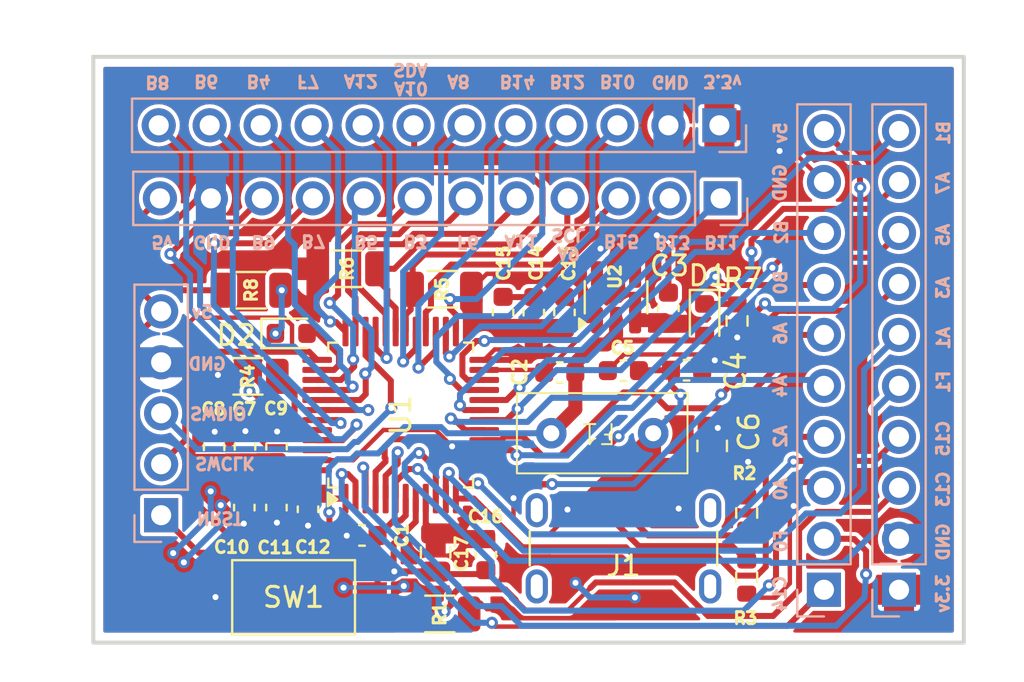
<source format=kicad_pcb>
(kicad_pcb (version 20240108) (generator "pcbnew") (generator_version "8.0")
  (layers (0 "F.Cu" signal) (31 "B.Cu" signal) (34 "B.Paste" user) (35 "F.Paste" user) (36 "B.SilkS" user "B.Silkscreen") (37 "F.SilkS" user "F.Silkscreen") (38 "B.Mask" user) (39 "F.Mask" user) (44 "Edge.Cuts" user))
  (net 0 "")
  (net 1 "GND")
  (net 2 "/NRST")
  (net 3 "+5V")
  (net 4 "+3.3V")
  (net 5 "Net-(C4-Pad2)")
  (net 6 "Net-(D1-K)")
  (net 7 "Net-(D2-K)")
  (net 8 "/PA15")
  (net 10 "Net-(J1-CC2)")
  (net 14 "Net-(J1-CC1)")
  (net 15 "/SWCLK")
  (net 16 "/SWDIO")
  (net 17 "/PC13")
  (net 18 "/PF1")
  (net 19 "/PC15")
  (net 20 "/PA7")
  (net 21 "/PB1")
  (net 22 "/PA1")
  (net 23 "/PA3")
  (net 24 "/PA5")
  (net 25 "/PA6")
  (net 26 "/PA4")
  (net 27 "/PB2")
  (net 28 "/PA2")
  (net 29 "/PF0")
  (net 30 "/PC14")
  (net 31 "/PA0")
  (net 32 "/PB0")
  (net 33 "/I2C-1_SDA")
  (net 34 "/PB12")
  (net 35 "/PA12")
  (net 36 "/PB6")
  (net 37 "/PA8")
  (net 38 "/PF7")
  (net 39 "/PB14")
  (net 40 "/PB8")
  (net 41 "/PB10")
  (net 42 "/PB4")
  (net 43 "/I2C-1_SCL")
  (net 44 "/PB9")
  (net 45 "/PB13")
  (net 46 "/PB7")
  (net 47 "/PB3")
  (net 48 "/PF6")
  (net 49 "/PB11")
  (net 50 "/PB15")
  (net 51 "/PA11")
  (net 52 "/PB5")
  (net 53 "Net-(U1-BOOT0)")
  (footprint "Connector_USB:USB_C_Receptacle_GCT_USB4125-xx-x_6P_TopMnt_Horizontal" (layer "F.Cu") (at 221.47 100.9)
    (property "Reference" "J1")
    (property "Value" "USB_C_Receptacle_PowerOnly_6P")
  )
  (footprint "Capacitor_SMD:C_0805_2012Metric" (layer "F.Cu") (at 212.11 100.01 90)
    (property "Reference" "C17")
    (property "Value" "1uF")
  )
  (footprint "Capacitor_SMD:C_0603_1608Metric" (layer "F.Cu") (at 218.53 88.045 -90)
    (property "Reference" "C13")
    (property "Value" "100nF")
  )
  (footprint "Resistor_SMD:R_1206_3216Metric" (layer "F.Cu") (at 202.7575 91.23)
    (property "Reference" "R4")
    (property "Value" "10k")
  )
  (footprint "Resistor_SMD:R_1206_3216Metric" (layer "F.Cu") (at 202.9175 86.94 180)
    (property "Reference" "R8")
    (property "Value" "240")
  )
  (footprint "Capacitor_SMD:C_0603_1608Metric" (layer "F.Cu") (at 201.07 94.765 -90)
    (property "Reference" "C8")
    (property "Value" "100nF")
  )
  (footprint "LED_SMD:LED_0603_1608Metric" (layer "F.Cu") (at 204.9125 89.09)
    (property "Reference" "D2")
    (property "Value" "LED_PA15")
  )
  (footprint "Resistor_SMD:R_0603_1608Metric" (layer "F.Cu") (at 227.61 98.040077 90)
    (property "Reference" "R2")
    (property "Value" "5.1k")
  )
  (footprint "Library:1A Fuse" (layer "F.Cu") (at 220.41 94.065077 180)
    (property "Reference" "F1")
    (property "Value" "1A")
  )
  (footprint "Capacitor_SMD:C_0603_1608Metric" (layer "F.Cu") (at 202.575 97.77 90)
    (property "Reference" "C10")
    (property "Value" "100nF")
  )
  (footprint "Capacitor_SMD:C_0603_1608Metric" (layer "F.Cu") (at 204.18 94.735 -90)
    (property "Reference" "C9")
    (property "Value" "4.7uF")
  )
  (footprint "Capacitor_SMD:C_0603_1608Metric" (layer "F.Cu") (at 221.465 90.945077)
    (property "Reference" "C5")
    (property "Value" "1nF")
  )
  (footprint "Resistor_SMD:R_0603_1608Metric" (layer "F.Cu") (at 227.13 88.47 -90)
    (property "Reference" "R7")
    (property "Value" "1.5k")
  )
  (footprint "Capacitor_SMD:C_0603_1608Metric" (layer "F.Cu") (at 214.61 100.115 90)
    (property "Reference" "C16")
    (property "Value" "10nF")
  )
  (footprint "Capacitor_SMD:C_0603_1608Metric" (layer "F.Cu") (at 223.71 87.835 -90)
    (property "Reference" "C3")
    (property "Value" "4.7uF")
  )
  (footprint "Capacitor_SMD:C_0603_1608Metric" (layer "F.Cu") (at 215.47 88.045 -90)
    (property "Reference" "C15")
    (property "Value" "4.7uF")
  )
  (footprint "Button_Switch_SMD:SW_SPST_CK_RS282G05A3" (layer "F.Cu") (at 205.03 102.24 180)
    (property "Reference" "SW1")
    (property "Value" "Reset")
  )
  (footprint "Capacitor_SMD:C_0603_1608Metric" (layer "F.Cu") (at 202.61 94.745 -90)
    (property "Reference" "C7")
    (property "Value" "100nF")
  )
  (footprint "Resistor_SMD:R_1206_3216Metric" (layer "F.Cu") (at 212.3175 103.07 180)
    (property "Reference" "R1")
    (property "Value" "10k")
  )
  (footprint "Capacitor_SMD:C_0603_1608Metric" (layer "F.Cu") (at 217 88.055 -90)
    (property "Reference" "C14")
    (property "Value" "100nF")
  )
  (footprint "Capacitor_SMD:C_0603_1608Metric" (layer "F.Cu") (at 204.175 97.77 90)
    (property "Reference" "C11")
    (property "Value" "100nF")
  )
  (footprint "Package_TO_SOT_SMD:SOT-23-5" (layer "F.Cu") (at 221.1 87.2925 90)
    (property "Reference" "U2")
    (property "Value" "~")
  )
  (footprint "Resistor_SMD:R_0603_1608Metric" (layer "F.Cu") (at 227.61 101.235077 -90)
    (property "Reference" "R3")
    (property "Value" "5.1k")
  )
  (footprint "Capacitor_SMD:C_0603_1608Metric" (layer "F.Cu") (at 218.295 91.04)
    (property "Reference" "C2")
    (property "Value" "100nF")
  )
  (footprint "Resistor_SMD:R_1206_3216Metric" (layer "F.Cu") (at 207.6975 85.87 180)
    (property "Reference" "R6")
    (property "Value" "4.7k")
  )
  (footprint "LED_SMD:LED_0603_1608Metric" (layer "F.Cu") (at 225.5125 88.41 -90)
    (property "Reference" "D1")
    (property "Value" "LED_PWR")
  )
  (footprint "Package_QFP:LQFP-48_7x7mm_P0.5mm" (layer "F.Cu") (at 210.3675 93.16 90)
    (property "Reference" "U1")
    (property "Value" "STM32F030C6Tx")
  )
  (footprint "Capacitor_SMD:C_0603_1608Metric" (layer "F.Cu") (at 205.75 97.855 90)
    (property "Reference" "C12")
    (property "Value" "4.7uF")
  )
  (footprint "Capacitor_SMD:C_0603_1608Metric" (layer "F.Cu") (at 224.615 90.925077 180)
    (property "Reference" "C4")
    (property "Value" "100nF")
  )
  (footprint "Resistor_SMD:R_1206_3216Metric" (layer "F.Cu") (at 212.4275 86.89)
    (property "Reference" "R5")
    (property "Value" "4.7k")
  )
  (footprint "Capacitor_SMD:C_0603_1608Metric" (layer "F.Cu") (at 208.44 99.16 180)
    (property "Reference" "C1")
    (property "Value" "18pF")
  )
  (footprint "Capacitor_SMD:C_0805_2012Metric" (layer "F.Cu") (at 225.89 94.695077 -90)
    (property "Reference" "C6")
    (property "Value" "10uF")
  )
  (footprint "Connector_PinHeader_2.54mm:PinHeader_1x10_P2.54mm_Vertical" (layer "B.Cu") (at 231.46 101.865)
    (property "Reference" "J4" (hide yes))
    (property "Value" "Conn_01x10_Pin")
  )
  (footprint "Connector_PinHeader_2.54mm:PinHeader_1x05_P2.54mm_Vertical" (layer "B.Cu") (at 198.43 98.15)
    (property "Reference" "J2" (hide yes))
    (property "Value" "SWD Header - 5 pin")
  )
  (footprint "Connector_PinHeader_2.54mm:PinHeader_1x12_P2.54mm_Vertical" (layer "B.Cu") (at 226.25 78.72 90)
    (property "Reference" "J5" (hide yes))
    (property "Value" "Conn_01x12_Pin")
  )
  (footprint "Connector_PinHeader_2.54mm:PinHeader_1x10_P2.54mm_Vertical" (layer "B.Cu") (at 235.2 101.865)
    (property "Reference" "J3" (hide yes))
    (property "Value" "Conn_01x10_Pin")
  )
  (footprint "Connector_PinHeader_2.54mm:PinHeader_1x12_P2.54mm_Vertical" (layer "B.Cu") (at 226.31 82.36 90)
    (property "Reference" "J6" (hide yes))
    (property "Value" "Conn_01x12_Pin")
  )
  (gr_rect (start 195.05 75.31) (end 238.43 104.5) (stroke (width 0.2)) (fill none) (layer "Edge.Cuts"))
  (gr_text "B13" (at 222.95 84.19 180) (layer "B.SilkS") (effects (font (size 0.6 0.6) (thickness 0.15) (bold yes)) (justify left bottom mirror)))
  (gr_text "GND" (at 229.62 80.57 90) (layer "B.SilkS") (effects (font (size 0.6 0.6) (thickness 0.15) (bold yes)) (justify left bottom mirror)))
  (gr_text "A8" (at 212.61 76.18 180) (layer "B.SilkS") (effects (font (size 0.6 0.6) (thickness 0.15) (bold yes)) (justify left bottom mirror)))
  (gr_text "F6" (at 213.08 84.19 180) (layer "B.SilkS") (effects (font (size 0.6 0.6) (thickness 0.15) (bold yes)) (justify left bottom mirror)))
  (gr_text "A3" (at 237.75 86.18 90) (layer "B.SilkS") (effects (font (size 0.6 0.6) (thickness 0.15) (bold yes)) (justify left bottom mirror)))
  (gr_text "B7" (at 205.33 84.14 180) (layer "B.SilkS") (effects (font (size 0.6 0.6) (thickness 0.15) (bold yes)) (justify left bottom mirror)))
  (gr_text "B9" (at 202.85 84.18 180) (layer "B.SilkS") (effects (font (size 0.6 0.6) (thickness 0.15) (bold yes)) (justify left bottom mirror)))
  (gr_text "5v" (at 201.09 88.38 0) (layer "B.SilkS") (effects (font (size 0.6 0.6) (thickness 0.15) (bold yes)) (justify left bottom mirror)))
  (gr_text "5v" (at 229.65 78.49 90) (layer "B.SilkS") (effects (font (size 0.6 0.6) (thickness 0.15) (bold yes)) (justify left bottom mirror)))
  (gr_text "F1" (at 237.77 90.87 90) (layer "B.SilkS") (effects (font (size 0.6 0.6) (thickness 0.15) (bold yes)) (justify left bottom mirror)))
  (gr_text "B4" (at 202.6 76.18 180) (layer "B.SilkS") (effects (font (size 0.6 0.6) (thickness 0.15) (bold yes)) (justify left bottom mirror)))
  (gr_text "F7" (at 205.11 76.18 180) (layer "B.SilkS") (effects (font (size 0.6 0.6) (thickness 0.15) (bold yes)) (justify left bottom mirror)))
  (gr_text "B10" (at 220.2 76.18 180) (layer "B.SilkS") (effects (font (size 0.6 0.6) (thickness 0.15) (bold yes)) (justify left bottom mirror)))
  (gr_text "A11" (at 215.46 84.15 180) (layer "B.SilkS") (effects (font (size 0.6 0.6) (thickness 0.15) (bold yes)) (justify left bottom mirror)))
  (gr_text "SDA" (at 209.91 75.6 180) (layer "B.SilkS") (effects (font (size 0.6 0.6) (thickness 0.15) (bold yes)) (justify left bottom mirror)))
  (gr_text "A5" (at 237.75 83.55 90) (layer "B.SilkS") (effects (font (size 0.6 0.6) (thickness 0.15) (bold yes)) (justify left bottom mirror)))
  (gr_text "B2" (at 229.69 83.37 90) (layer "B.SilkS") (effects (font (size 0.6 0.6) (thickness 0.15) (bold yes)) (justify left bottom mirror)))
  (gr_text "SCL" (at 217.79 83.84 180) (layer "B.SilkS") (effects (font (size 0.6 0.6) (thickness 0.15) (bold yes)) (justify left bottom mirror)))
  (gr_text "A0" (at 229.65 96.22 90) (layer "B.SilkS") (effects (font (size 0.6 0.6) (thickness 0.15) (bold yes)) (justify left bottom mirror)))
  (gr_text "C15" (at 237.75 93.36 90) (layer "B.SilkS") (effects (font (size 0.6 0.6) (thickness 0.15) (bold yes)) (justify left bottom mirror)))
  (gr_text "3.3v" (at 237.74 101.02 90) (layer "B.SilkS") (effects (font (size 0.6 0.6) (thickness 0.15) (bold yes)) (justify left bottom mirror)))
  (gr_text "B0" (at 229.65 85.87 90) (layer "B.SilkS") (effects (font (size 0.6 0.6) (thickness 0.15) (bold yes)) (justify left bottom mirror)))
  (gr_text "C13" (at 237.75 95.89 90) (layer "B.SilkS") (effects (font (size 0.6 0.6) (thickness 0.15) (bold yes)) (justify left bottom mirror)))
  (gr_text "SWDIO" (at 199.79 92.71 180) (layer "B.SilkS") (effects (font (size 0.6 0.6) (thickness 0.15) (bold yes)) (justify left bottom mirror)))
  (gr_text "A6" (at 229.65 88.46 90) (layer "B.SilkS") (effects (font (size 0.6 0.6) (thickness 0.15) (bold yes)) (justify left bottom mirror)))
  (gr_text "5v" (at 197.87 84.18 180) (layer "B.SilkS") (effects (font (size 0.6 0.6) (thickness 0.15) (bold yes)) (justify left bottom mirror)))
  (gr_text "B5" (at 207.96 84.18 180) (layer "B.SilkS") (effects (font (size 0.6 0.6) (thickness 0.15) (bold yes)) (justify left bottom mirror)))
  (gr_text "B12" (at 217.7 76.19 180) (layer "B.SilkS") (effects (font (size 0.6 0.6) (thickness 0.15) (bold yes)) (justify left bottom mirror)))
  (gr_text "B11" (at 225.41 84.19 180) (layer "B.SilkS") (effects (font (size 0.6 0.6) (thickness 0.15) (bold yes)) (justify left bottom mirror)))
  (gr_text "NRST" (at 200.12 97.94 180) (layer "B.SilkS") (effects (font (size 0.6 0.6) (thickness 0.15) (bold yes)) (justify left bottom mirror)))
  (gr_text "B3" (at 210.42 84.15 180) (layer "B.SilkS") (effects (font (size 0.6 0.6) (thickness 0.15) (bold yes)) (justify left bottom mirror)))
  (gr_text "GND" (at 237.75 98.47 90) (layer "B.SilkS") (effects (font (size 0.6 0.6) (thickness 0.15) (bold yes)) (justify left bottom mirror)))
  (gr_text "A12" (at 207.46 76.16 180) (layer "B.SilkS") (effects (font (size 0.6 0.6) (thickness 0.15) (bold yes)) (justify left bottom mirror)))
  (gr_text "F0" (at 229.67 98.8 90) (layer "B.SilkS") (effects (font (size 0.6 0.6) (thickness 0.15) (bold yes)) (justify left bottom mirror)))
  (gr_text "GND" (at 201.74 90.97 0) (layer "B.SilkS") (effects (font (size 0.6 0.6) (thickness 0.15) (bold yes)) (justify left bottom mirror)))
  (gr_text "A7" (at 237.75 80.97 90) (layer "B.SilkS") (effects (font (size 0.6 0.6) (thickness 0.15) (bold yes)) (justify left bottom mirror)))
  (gr_text "B8" (at 197.563536 76.224964 180) (layer "B.SilkS") (effects (font (size 0.6 0.6) (thickness 0.15) (bold yes)) (justify left bottom mirror)))
  (gr_text "3.3v" (at 225.37 76.18 180) (layer "B.SilkS") (effects (font (size 0.6 0.6) (thickness 0.15) (bold yes)) (justify left bottom mirror)))
  (gr_text "A2" (at 229.65 93.59 90) (layer "B.SilkS") (effects (font (size 0.6 0.6) (thickness 0.15) (bold yes)) (justify left bottom mirror)))
  (gr_text "B15" (at 220.4 84.14 180) (layer "B.SilkS") (effects (font (size 0.6 0.6) (thickness 0.15) (bold yes)) (justify left bottom mirror)))
  (gr_text "A1" (at 237.77 88.69 90) (layer "B.SilkS") (effects (font (size 0.6 0.6) (thickness 0.15) (bold yes)) (justify left bottom mirror)))
  (gr_text "GND" (at 199.95 84.19 180) (layer "B.SilkS") (effects (font (size 0.6 0.6) (thickness 0.15) (bold yes)) (justify left bottom mirror)))
  (gr_text "SWCLK" (at 200.04 95.21 180) (layer "B.SilkS") (effects (font (size 0.6 0.6) (thickness 0.15) (bold yes)) (justify left bottom mirror)))
  (gr_text "C14" (at 229.62 101.09 90) (layer "B.SilkS") (effects (font (size 0.6 0.6) (thickness 0.15) (bold yes)) (justify left bottom mirror)))
  (gr_text "B6" (at 199.993536 76.174964 180) (layer "B.SilkS") (effects (font (size 0.6 0.6) (thickness 0.15) (bold yes)) (justify left bottom mirror)))
  (gr_text "A10" (at 209.96 76.53 180) (layer "B.SilkS") (effects (font (size 0.6 0.6) (thickness 0.15) (bold yes)) (justify left bottom mirror)))
  (gr_text "B1" (at 237.77 78.42 90) (layer "B.SilkS") (effects (font (size 0.6 0.6) (thickness 0.15) (bold yes)) (justify left bottom mirror)))
  (gr_text "GND" (at 222.79 76.21 180) (layer "B.SilkS") (effects (font (size 0.6 0.6) (thickness 0.15) (bold yes)) (justify left bottom mirror)))
  (gr_text "A9" (at 218.09 84.75 180) (layer "B.SilkS") (effects (font (size 0.6 0.6) (thickness 0.15) (bold yes)) (justify left bottom mirror)))
  (gr_text "B14" (at 215.21 76.19 180) (layer "B.SilkS") (effects (font (size 0.6 0.6) (thickness 0.15) (bold yes)) (justify left bottom mirror)))
  (gr_text "A4" (at 229.64 91.09 90) (layer "B.SilkS") (effects (font (size 0.6 0.6) (thickness 0.15) (bold yes)) (justify left bottom mirror)))
  (segment (start 204.9525 88.688672) (end 204.9525 89.545) (width 0.22) (layer "F.Cu") (net 0))
  (segment (start 199.46 88.92) (end 200.075 88.305) (width 0.22) (layer "F.Cu") (net 0))
  (segment (start 204.568828 88.305) (end 204.9525 88.688672) (width 0.22) (layer "F.Cu") (net 0))
  (segment (start 200.075 88.305) (end 204.568828 88.305) (width 0.22) (layer "F.Cu") (net 0))
  (segment (start 227.61 95.55) (end 227.67 95.49) (width 0.3) (layer "F.Cu") (net 1))
  (segment (start 212.1 100.95) (end 212.11 100.96) (width 0.3) (layer "F.Cu") (net 1))
  (segment (start 220.0658 84.865438) (end 218.53 86.401238) (width 0.3) (layer "F.Cu") (net 1))
  (segment (start 223.13 84.2) (end 223.01 84.2) (width 0.3) (layer "F.Cu") (net 1))
  (segment (start 220.69 90.945077) (end 221.495 90.140077) (width 0.22) (layer "F.Cu") (net 1))
  (segment (start 198.09 85.81) (end 198.09 84.54) (width 0.3) (layer "F.Cu") (net 1))
  (segment (start 229.76 101.55) (end 229.76 97.82) (width 0.22) (layer "F.Cu") (net 1))
  (segment (start 200.26 82.37) (end 200.88 82.37) (width 0.3) (layer "F.Cu") (net 1))
  (segment (start 229.95 97.69) (end 229.95 97.63) (width 0.22) (layer "F.Cu") (net 1))
  (segment (start 229.76 97.82) (end 229.89 97.69) (width 0.22) (layer "F.Cu") (net 1))
  (segment (start 220.325322 84.865438) (end 220.0658 84.865438) (width 0.3) (layer "F.Cu") (net 1))
  (segment (start 231.46 81.545) (end 229.895 79.98) (width 0.22) (layer "F.Cu") (net 1))
  (segment (start 223.71 87.06) (end 223.71 84.9) (width 0.3) (layer "F.Cu") (net 1))
  (segment (start 226.02 90.405) (end 227.13 89.295) (width 0.3) (layer "F.Cu") (net 1))
  (segment (start 201.1 93.99) (end 201.09 93.97) (width 0.22) (layer "F.Cu") (net 1))
  (segment (start 229.895 79.98) (end 229.27 79.98) (width 0.22) (layer "F.Cu") (net 1))
  (segment (start 226.02 90.43) (end 226.02 90.405) (width 0.3) (layer "F.Cu") (net 1))
  (segment (start 215.48 87.28) (end 215.47 87.27) (width 0.3) (layer "F.Cu") (net 1))
  (segment (start 229.95 97.63) (end 229.97 97.61) (width 0.22) (layer "F.Cu") (net 1))
  (segment (start 212.93 94.73) (end 212.92 94.72) (width 0.22) (layer "F.Cu") (net 1))
  (segment (start 212.92 94.72) (end 212.93 94.72) (width 0.22) (layer "F.Cu") (net 1))
  (segment (start 229.27 79.98) (end 229.25 80) (width 0.22) (layer "F.Cu") (net 1))
  (segment (start 216.793776 99.065077) (end 217.814923 99.065077) (width 0.22) (layer "F.Cu") (net 1))
  (segment (start 202.61 93.97) (end 202.63 93.96) (width 0.22) (layer "F.Cu") (net 1))
  (segment (start 199.22 86.94) (end 198.09 85.81) (width 0.3) (layer "F.Cu") (net 1))
  (segment (start 217.39 90.91) (end 217.52 91.04) (width 0.22) (layer "F.Cu") (net 1))
  (segment (start 217.01 87.27) (end 217 87.28) (width 0.3) (layer "F.Cu") (net 1))
  (segment (start 220.15 88.43) (end 219.69 88.43) (width 0.3) (layer "F.Cu") (net 1))
  (segment (start 223.01 84.2) (end 223.09 84.28) (width 0.3) (layer "F.Cu") (net 1))
  (segment (start 225.499923 90.925077) (end 225.995 90.43) (width 0.3) (layer "F.Cu") (net 1))
  (segment (start 219.69 88.43) (end 218.53 87.27) (width 0.3) (layer "F.Cu") (net 1))
  (segment (start 223.13 84.32) (end 223.13 84.2) (width 0.3) (layer "F.Cu") (net 1))
  (segment (start 201.455 86.94) (end 199.22 86.94) (width 0.3) (layer "F.Cu") (net 1))
  (segment (start 214.53 90.91) (end 217.39 90.91) (width 0.22) (layer "F.Cu") (net 1))
  (segment (start 218.53 86.401238) (end 218.53 87.27) (width 0.3) (layer "F.Cu") (net 1))
  (segment (start 211.1175 98.472044) (end 211.1175 97.3225) (width 0.3) (layer "F.Cu") (net 1))
  (segment (start 227.809923 102.26) (end 229.05 102.26) (width 0.22) (layer "F.Cu") (net 1))
  (segment (start 227.68 95.49) (end 227.68 95.48) (width 0.3) (layer "F.Cu") (net 1))
  (segment (start 221.495 90.140077) (end 225.730077 90.140077) (width 0.22) (layer "F.Cu") (net 1))
  (segment (start 211.94 101.01) (end 212.015 101.085) (width 0.3) (layer "F.Cu") (net 1))
  (segment (start 207.998448 95.41) (end 209.505531 93.902917) (width 0.22) (layer "F.Cu") (net 1))
  (segment (start 212.102917 93.902917) (end 212.92 94.72) (width 0.22) (layer "F.Cu") (net 1))
  (segment (start 229.23 79.98) (end 229.21 79.98) (width 0.22) (layer "F.Cu") (net 1))
  (segment (start 227.67 95.49) (end 227.68 95.49) (width 0.3) (layer "F.Cu") (net 1))
  (segment (start 227.61 97.215077) (end 227.61 95.55) (width 0.3) (layer "F.Cu") (net 1))
  (segment (start 218.53 87.27) (end 217.01 87.27) (width 0.3) (layer "F.Cu") (net 1))
  (segment (start 215.99 97.3) (end 215.99 98.261301) (width 0.22) (layer "F.Cu") (net 1))
  (segment (start 223.71 84.9) (end 223.13 84.32) (width 0.3) (layer "F.Cu") (net 1))
  (segment (start 229.89 97.69) (end 229.95 97.69) (width 0.22) (layer "F.Cu") (net 1))
  (segment (start 210.015 99.574544) (end 211.1175 98.472044) (width 0.3) (layer "F.Cu") (net 1))
  (segment (start 210.05 100.95) (end 210.015 100.915) (width 0.3) (layer "F.Cu") (net 1))
  (segment (start 217.814923 99.065077) (end 218.68 98.2) (width 0.22) (layer "F.Cu") (net 1))
  (segment (start 229.25 80) (end 229.23 79.98) (width 0.22) (layer "F.Cu") (net 1))
  (segment (start 225.995 90.43) (end 226.02 90.43) (width 0.3) (layer "F.Cu") (net 1))
  (segment (start 212.93 94.72) (end 212.93 94.73) (width 0.22) (layer "F.Cu") (net 1))
  (segment (start 218.68 98.2) (end 218.68 97.87) (width 0.22) (layer "F.Cu") (net 1))
  (segment (start 215.99 98.261301) (end 216.793776 99.065077) (width 0.22) (layer "F.Cu") (net 1))
  (segment (start 220.325322 84.865438) (end 220.194719 84.996041) (width 0.3) (layer "F.Cu") (net 1))
  (segment (start 201.09 93.97) (end 201.07 93.99) (width 0.22) (layer "F.Cu") (net 1))
  (segment (start 227.61 102.060077) (end 227.809923 102.26) (width 0.22) (layer "F.Cu") (net 1))
  (segment (start 220.194719 84.996041) (end 219.935197 84.996041) (width 0.3) (layer "F.Cu") (net 1))
  (segment (start 217.547838 91.04) (end 220.15 88.437838) (width 0.22) (layer "F.Cu") (net 1))
  (segment (start 206.205 95.41) (end 207.998448 95.41) (width 0.22) (layer "F.Cu") (net 1))
  (segment (start 198.09 84.54) (end 200.26 82.37) (width 0.3) (layer "F.Cu") (net 1))
  (segment (start 210.015 100.915) (end 210.015 99.574544) (width 0.3) (layer "F.Cu") (net 1))
  (segment (start 229.05 102.26) (end 229.76 101.55) (width 0.22) (layer "F.Cu") (net 1))
  (segment (start 210.05 100.95) (end 212.1 100.95) (width 0.3) (layer "F.Cu") (net 1))
  (segment (start 217 87.28) (end 215.48 87.28) (width 0.3) (layer "F.Cu") (net 1))
  (segment (start 220.15 88.437838) (end 220.15 88.43) (width 0.22) (layer "F.Cu") (net 1))
  (segment (start 225.39 90.925077) (end 225.499923 90.925077) (width 0.3) (layer "F.Cu") (net 1))
  (segment (start 225.730077 90.140077) (end 226.02 90.43) (width 0.22) (layer "F.Cu") (net 1))
  (segment (start 227.68 95.48) (end 227.67 95.49) (width 0.3) (layer "F.Cu") (net 1))
  (segment (start 209.505531 93.902917) (end 212.102917 93.902917) (width 0.22) (layer "F.Cu") (net 1))
  (segment (start 217.52 91.04) (end 217.547838 91.04) (width 0.22) (layer "F.Cu") (net 1))
  (segment (start 212.015 101.085) (end 214.635 101.085) (width 0.3) (layer "F.Cu") (net 1))
  (via (at 218.68 97.87) (size 0.6) (drill 0.3) (layers "F.Cu" "B.Cu") (net 1))
  (via (at 212.93 94.72) (size 0.6) (drill 0.3) (layers "F.Cu" "B.Cu") (net 1))
  (via (at 202.55 98.57) (size 0.6) (drill 0.3) (layers "F.Cu" "B.Cu") (net 1))
  (via (at 215.99 97.3) (size 0.6) (drill 0.3) (layers "F.Cu" "B.Cu") (net 1))
  (via (at 201.14 102.23) (size 0.6) (drill 0.3) (layers "F.Cu" "B.Cu") (net 1))
  (via (at 226.02 90.43) (size 0.6) (drill 0.3) (layers "F.Cu" "B.Cu") (net 1))
  (via (at 201.26 91.16) (size 0.6) (drill 0.3) (layers "F.Cu" "B.Cu") (net 1))
  (via (at 204.2 98.52) (size 0.6) (drill 0.3) (layers "F.Cu" "B.Cu") (net 1))
  (via (at 202.63 93.96) (size 0.6) (drill 0.3) (layers "F.Cu" "B.Cu") (net 1))
  (via (at 205.75 98.67) (size 0.6) (drill 0.3) (layers "F.Cu" "B.Cu") (net 1))
  (via (at 204.21 93.98) (size 0.6) (drill 0.3) (layers "F.Cu" "B.Cu") (net 1))
  (via (at 229.25 80) (size 0.6) (drill 0.3) (layers "F.Cu" "B.Cu") (net 1))
  (via (at 224.22 97.82) (size 0.6) (drill 0.3) (layers "F.Cu" "B.Cu") (net 1))
  (via (at 223.13 84.2) (size 0.6) (drill 0.3) (layers "F.Cu" "B.Cu") (net 1))
  (via (at 210.05 100.95) (size 0.6) (drill 0.3) (layers "F.Cu" "B.Cu") (net 1))
  (via (at 207.68 99.17) (size 0.6) (drill 0.3) (layers "F.Cu" "B.Cu") (net 1))
  (via (at 226.17 93.8) (size 0.6) (drill 0.3) (layers "F.Cu" "B.Cu") (net 1))
  (via (at 227.14 89.29) (size 0.6) (drill 0.3) (layers "F.Cu" "B.Cu") (net 1))
  (via (at 229.95 97.69) (size 0.6) (drill 0.3) (layers "F.Cu" "B.Cu") (net 1))
  (via (at 227.68 95.49) (size 0.6) (drill 0.3) (layers "F.Cu" "B.Cu") (net 1))
  (via (at 220.325322 84.865438) (size 0.6) (drill 0.3) (layers "F.Cu" "B.Cu") (net 1))
  (via (at 201.1 93.99) (size 0.6) (drill 0.3) (layers "F.Cu" "B.Cu") (net 1))
  (segment (start 215.99 97.3) (end 216.06 97.3) (width 0.22) (layer "B.Cu") (net 1))
  (segment (start 213.248736 94.72) (end 215.828736 97.3) (width 0.22) (layer "B.Cu") (net 1))
  (segment (start 215.828736 97.3) (end 215.99 97.3) (width 0.22) (layer "B.Cu") (net 1))
  (segment (start 212.93 94.72) (end 213.248736 94.72) (width 0.22) (layer "B.Cu") (net 1))
  (segment (start 209.215 99.16) (end 209.215 100.02) (width 0.3) (layer "F.Cu") (net 2))
  (segment (start 209.27 99.16) (end 209.215 99.16) (width 0.3) (layer "F.Cu") (net 2))
  (segment (start 210.02 98.41) (end 209.27 99.16) (width 0.3) (layer "F.Cu") (net 2))
  (segment (start 210.855 103.07) (end 209.76 103.07) (width 0.3) (layer "F.Cu") (net 2))
  (segment (start 209.215 101.955) (end 208.93 102.24) (width 0.3) (layer "F.Cu") (net 2))
  (segment (start 210.6175 98.16312) (end 210.37062 98.41) (width 0.3) (layer "F.Cu") (net 2))
  (segment (start 200.3 100.02) (end 209.215 100.02) (width 0.3) (layer "F.Cu") (net 2))
  (segment (start 209.76 103.07) (end 208.93 102.24) (width 0.3) (layer "F.Cu") (net 2))
  (segment (start 210.37062 98.41) (end 210.02 98.41) (width 0.3) (layer "F.Cu") (net 2))
  (segment (start 198.43 98.15) (end 200.3 100.02) (width 0.3) (layer "F.Cu") (net 2))
  (segment (start 209.215 100.02) (end 209.215 101.955) (width 0.3) (layer "F.Cu") (net 2))
  (segment (start 210.6175 97.3225) (end 210.6175 98.16312) (width 0.3) (layer "F.Cu") (net 2))
  (segment (start 217.87 94.065077) (end 219.07 92.865077) (width 0.7) (layer "F.Cu") (net 3))
  (segment (start 198.062943 96.94) (end 199.58 96.94) (width 0.3) (layer "F.Cu") (net 3))
  (segment (start 233.27 81.82) (end 233.23 81.85) (width 0.3) (layer "F.Cu") (net 3))
  (segment (start 233.23 80.775) (end 233.27 81.82) (width 0.3) (layer "F.Cu") (net 3))
  (segment (start 220.8175 89.4425) (end 220.6175 89.6425) (width 0.3) (layer "F.Cu") (net 3))
  (segment (start 206.82 98.865) (end 206.81 98) (width 0.3) (layer "F.Cu") (net 3))
  (segment (start 197.49 87.05) (end 198.43 87.99) (width 0.3) (layer "F.Cu") (net 3))
  (segment (start 206.255 99.43) (end 206.82 98.865) (width 0.3) (layer "F.Cu") (net 3))
  (segment (start 198.43 87.99) (end 197.23 89.19) (width 0.3) (layer "F.Cu") (net 3))
  (segment (start 225.5125 89.1975) (end 225.2675 89.4425) (width 0.3) (layer "F.Cu") (net 3))
  (segment (start 228.52 87.6) (end 227.575 88.545) (width 0.3) (layer "F.Cu") (net 3))
  (segment (start 225.2675 89.4425) (end 220.8175 89.4425) (width 0.3) (layer "F.Cu") (net 3))
  (segment (start 227.575 88.545) (end 226.165 88.545) (width 0.3) (layer "F.Cu") (net 3))
  (segment (start 219.07 90.565) (end 219.9925 89.6425) (width 0.7) (layer "F.Cu") (net 3))
  (segment (start 231.46 79.005) (end 233.23 80.775) (width 0.3) (layer "F.Cu") (net 3))
  (segment (start 197.49 83.22) (end 197.49 87.05) (width 0.3) (layer "F.Cu") (net 3))
  (segment (start 219.9925 89.6425) (end 220.6175 89.6425) (width 0.7) (layer "F.Cu") (net 3))
  (segment (start 197.23 96.107057) (end 198.062943 96.94) (width 0.3) (layer "F.Cu") (net 3))
  (segment (start 219.07 91.04) (end 219.07 90.565) (width 0.7) (layer "F.Cu") (net 3))
  (segment (start 198.34 82.37) (end 197.49 83.22) (width 0.3) (layer "F.Cu") (net 3))
  (segment (start 206.81 98) (end 206.82 98.05) (width 0.3) (layer "F.Cu") (net 3))
  (segment (start 219.07 92.865077) (end 219.07 91.04) (width 0.7) (layer "F.Cu") (net 3))
  (segment (start 220.6175 89.6425) (end 221.1 89.16) (width 0.7) (layer "F.Cu") (net 3))
  (segment (start 202.07 99.43) (end 206.255 99.43) (width 0.3) (layer "F.Cu") (net 3))
  (segment (start 199.58 96.94) (end 202.07 99.43) (width 0.3) (layer "F.Cu") (net 3))
  (segment (start 226.165 88.545) (end 225.5125 89.1975) (width 0.3) (layer "F.Cu") (net 3))
  (segment (start 221.1 89.16) (end 221.1 88.43) (width 0.7) (layer "F.Cu") (net 3))
  (segment (start 197.23 89.19) (end 197.23 96.107057) (width 0.3) (layer "F.Cu") (net 3))
  (via (at 206.81 98) (size 0.6) (drill 0.3) (layers "F.Cu" "B.Cu") (net 3))
  (via (at 233.27 81.82) (size 0.6) (drill 0.3) (layers "F.Cu" "B.Cu") (net 3))
  (via (at 228.52 87.6) (size 0.6) (drill 0.3) (layers "F.Cu" "B.Cu") (net 3))
  (segment (start 233.27 86.512057) (end 231.912057 87.87) (width 0.3) (layer "B.Cu") (net 3))
  (segment (start 231.912057 87.87) (end 228.79 87.87) (width 0.3) (layer "B.Cu") (net 3))
  (segment (start 208.195981 95.07) (end 209.243678 95.07) (width 0.3) (layer "B.Cu") (net 3))
  (segment (start 233.27 81.82) (end 233.27 86.512057) (width 0.3) (layer "B.Cu") (net 3))
  (segment (start 228.52 87.6) (end 228.5 87.6) (width 0.3) (layer "B.Cu") (net 3))
  (segment (start 206.81 98) (end 206.78079 97.97079) (width 0.3) (layer "B.Cu") (net 3))
  (segment (start 212.683867 94.065077) (end 217.87 94.065077) (width 0.3) (layer "B.Cu") (net 3))
  (segment (start 206.78079 97.97079) (end 206.78079 95.79921) (width 0.3) (layer "B.Cu") (net 3))
  (segment (start 207.22 95.36) (end 207.905981 95.36) (width 0.3) (layer "B.Cu") (net 3))
  (segment (start 212.37879 93.76) (end 212.683867 94.065077) (width 0.3) (layer "B.Cu") (net 3))
  (segment (start 209.243678 95.07) (end 210.553678 93.76) (width 0.3) (layer "B.Cu") (net 3))
  (segment (start 228.5 87.6) (end 228.5 87.6) (width 0.3) (layer "B.Cu") (net 3))
  (segment (start 228.79 87.87) (end 228.52 87.6) (width 0.3) (layer "B.Cu") (net 3))
  (segment (start 207.905981 95.36) (end 208.195981 95.07) (width 0.3) (layer "B.Cu") (net 3))
  (segment (start 210.553678 93.76) (end 212.37879 93.76) (width 0.3) (layer "B.Cu") (net 3))
  (segment (start 206.78079 95.79921) (end 207.22 95.36) (width 0.3) (layer "B.Cu") (net 3))
  (segment (start 201.07 95.54) (end 202.59 95.54) (width 0.3) (layer "F.Cu") (net 4))
  (segment (start 217.01 88.82) (end 217 88.83) (width 0.3) (layer "F.Cu") (net 4))
  (segment (start 205.9925 97.3225) (end 205.75 97.08) (width 0.3) (layer "F.Cu") (net 4))
  (segment (start 223.53 88.43) (end 223.71 88.61) (width 0.7) (layer "F.Cu") (net 4))
  (segment (start 218.53 88.82) (end 217.01 88.82) (width 0.3) (layer "F.Cu") (net 4))
  (segment (start 202.61 95.52) (end 204.17 95.52) (width 0.3) (layer "F.Cu") (net 4))
  (segment (start 204.175 96.995) (end 202.575 96.995) (width 0.3) (layer "F.Cu") (net 4))
  (segment (start 214.665 102.83) (end 215.95 102.83) (width 0.22) (layer "F.Cu") (net 4))
  (segment (start 214.21 99.11) (end 212.16 99.11) (width 0.3) (layer "F.Cu") (net 4))
  (segment (start 202.575 96.995) (end 202.055 96.995) (width 0.3) (layer "F.Cu") (net 4))
  (segment (start 202.59 95.54) (end 202.61 95.52) (width 0.3) (layer "F.Cu") (net 4))
  (segment (start 210.52 101.68) (end 210.5 101.68) (width 0.22) (layer "F.Cu") (net 4))
  (segment (start 215.05 89.89) (end 215.69 89.89) (width 0.22) (layer "F.Cu") (net 4))
  (segment (start 212.380589 103.6325) (end 211.7275 102.979411) (width 0.22) (layer "F.Cu") (net 4))
  (segment (start 211.6175 98.5675) (end 211.6175 97.3225) (width 0.3) (layer "F.Cu") (net 4))
  (segment (start 218.12 86.12) (end 220.33 83.91) (width 0.22) (layer "F.Cu") (net 4))
  (segment (start 215.07 90.34) (end 215.29 90.12) (width 0.22) (layer "F.Cu") (net 4))
  (segment (start 214.635 99.535) (end 214.21 99.11) (width 0.3) (layer "F.Cu") (net 4))
  (segment (start 202.055 96.995) (end 201.4 97.65) (width 0.3) (layer "F.Cu") (net 4))
  (segment (start 200.9 96.96) (end 200.9 97) (width 0.3) (layer "F.Cu") (net 4))
  (segment (start 212.16 99.11) (end 211.6175 98.5675) (width 0.3) (layer "F.Cu") (net 4))
  (segment (start 201.4 97.65) (end 201.39 97.66) (width 0.3) (layer "F.Cu") (net 4))
  (segment (start 211.7275 102.206112) (end 211.201388 101.68) (width 0.22) (layer "F.Cu") (net 4))
  (segment (start 217 88.83) (end 215.48 88.83) (width 0.3) (layer "F.Cu") (net 4))
  (segment (start 215.44 90.11) (end 215.92 90.11) (width 0.22) (layer "F.Cu") (net 4))
  (segment (start 220.33 83.91) (end 222.08 83.91) (width 0.22) (layer "F.Cu") (net 4))
  (segment (start 214.61 99.34) (end 215.52 100.25) (width 0.3) (layer "F.Cu") (net 4))
  (segment (start 214.3425 102.5075) (end 214.665 102.83) (width 0.22) (layer "F.Cu") (net 4))
  (segment (start 213.2175 103.6325) (end 212.380589 103.6325) (width 0.22) (layer "F.Cu") (net 4))
  (segment (start 214.53 90.41) (end 215.05 89.89) (width 0.22) (layer "F.Cu") (net 4))
  (segment (start 204.17 95.52) (end 204.18 95.51) (width 0.3) (layer "F.Cu") (net 4))
  (segment (start 216.4 103.28) (end 221.01 103.28) (width 0.22) (layer "F.Cu") (net 4))
  (segment (start 200.9 97) (end 200.9 97) (width 0.3) (layer "F.Cu") (net 4))
  (segment (start 206.205 95.91) (end 206.205 96.625) (width 0.22) (layer "F.Cu") (net 4))
  (segment (start 215.43 90.12) (end 215.44 90.11) (width 0.22) (layer "F.Cu") (net 4))
  (segment (start 214.6 90.34) (end 215.07 90.34) (width 0.22) (layer "F.Cu") (net 4))
  (segment (start 214.53 90.41) (end 214.6 90.34) (width 0.22) (layer "F.Cu") (net 4))
  (segment (start 207.6175 97.3225) (end 205.9925 97.3225) (width 0.3) (layer "F.Cu") (net 4))
  (segment (start 204.26 97.08) (end 204.175 96.995) (width 0.3) (layer "F.Cu") (net 4))
  (segment (start 211.201388 101.68) (end 210.52 101.68) (width 0.22) (layer "F.Cu") (net 4))
  (segment (start 206.205 96.625) (end 205.75 97.08) (width 0.22) (layer "F.Cu") (net 4))
  (segment (start 219.08 101.52) (end 219.14 101.58) (width 0.3) (layer "F.Cu") (net 4))
  (segment (start 215.95 102.83) (end 216.4 103.28) (width 0.22) (layer "F.Cu") (net 4))
  (segment (start 213.89 86.89) (end 214.66 86.12) (width 0.22) (layer "F.Cu") (net 4))
  (segment (start 215.52 100.25) (end 217.81 100.25) (width 0.3) (layer "F.Cu") (net 4))
  (segment (start 201.07 96.83) (end 200.94 96.96) (width 0.3) (layer "F.Cu") (net 4))
  (segment (start 217.81 100.25) (end 219.08 101.52) (width 0.3) (layer "F.Cu") (net 4))
  (segment (start 215.29 90.12) (end 215.43 90.12) (width 0.22) (layer "F.Cu") (net 4))
  (segment (start 201.07 95.54) (end 201.07 96.83) (width 0.3) (layer "F.Cu") (net 4))
  (segment (start 211.7275 102.979411) (end 211.7275 102.206112) (width 0.22) (layer "F.Cu") (net 4))
  (segment (start 205.75 97.08) (end 204.26 97.08) (width 0.3) (layer "F.Cu") (net 4))
  (segment (start 213.78 103.07) (end 213.2175 103.6325) (width 0.22) (layer "F.Cu") (net 4))
  (segment (start 222.05 88.43) (end 223.53 88.43) (width 0.7) (layer "F.Cu") (net 4))
  (segment (start 221.01 103.28) (end 222.04 102.25) (width 0.22) (layer "F.Cu") (net 4))
  (segment (start 213.78 103.07) (end 214.3425 102.5075) (width 0.22) (layer "F.Cu") (net 4))
  (segment (start 200.94 96.96) (end 200.9 96.96) (width 0.3) (layer "F.Cu") (net 4))
  (segment (start 214.66 86.12) (end 218.12 86.12) (width 0.22) (layer "F.Cu") (net 4))
  (via (at 207.52 101.76) (size 0.6) (drill 0.3) (layers "F.Cu" "B.Cu") (net 4))
  (via (at 201.4 97.65) (size 0.6) (drill 0.3) (layers "F.Cu" "B.Cu") (net 4))
  (via (at 200.9 96.96) (size 0.6) (drill 0.3) (layers "F.Cu" "B.Cu") (net 4))
  (via (at 199.03 100.04) (size 0.6) (drill 0.3) (layers "F.Cu" "B.Cu") (net 4))
  (via (at 219.08 101.52) (size 0.6) (drill 0.3) (layers "F.Cu" "B.Cu") (net 4))
  (via (at 222.04 102.25) (size 0.6) (drill 0.3) (layers "F.Cu" "B.Cu") (net 4))
  (via (at 199.56 100.5) (size 0.6) (drill 0.3) (layers "F.Cu" "B.Cu") (net 4))
  (via (at 210.52 101.68) (size 0.6) (drill 0.3) (layers "F.Cu" "B.Cu") (net 4))
  (segment (start 200.9 98.17) (end 199.03 100.04) (width 0.3) (layer "B.Cu") (net 4))
  (segment (start 219.08 101.52) (end 219.81 102.25) (width 0.3) (layer "B.Cu") (net 4))
  (segment (start 199.03 100.04) (end 199.09 99.98) (width 0.3) (layer "B.Cu") (net 4))
  (segment (start 222.04 102.25) (end 222.03 102.25) (width 0.3) (layer "B.Cu") (net 4))
  (segment (start 207.53 101.75) (end 207.52 101.76) (width 0.22) (layer "B.Cu") (net 4))
  (segment (start 199.56 100.44) (end 199.56 100.5) (width 0.3) (layer "B.Cu") (net 4))
  (segment (start 201.4 97.65) (end 201.4 98.6) (width 0.3) (layer "B.Cu") (net 4))
  (segment (start 210.45 101.75) (end 207.53 101.75) (width 0.22) (layer "B.Cu") (net 4))
  (segment (start 219.81 102.25) (end 222.04 102.25) (width 0.3) (layer "B.Cu") (net 4))
  (segment (start 207.52 101.76) (end 207.51 101.75) (width 0.22) (layer "B.Cu") (net 4))
  (segment (start 201.4 98.6) (end 199.56 100.44) (width 0.3) (layer "B.Cu") (net 4))
  (segment (start 199.56 100.5) (end 199.5 100.5) (width 0.3) (layer "B.Cu") (net 4))
  (segment (start 200.9 96.96) (end 200.9 98.17) (width 0.3) (layer "B.Cu") (net 4))
  (segment (start 210.52 101.68) (end 210.45 101.75) (width 0.22) (layer "B.Cu") (net 4))
  (segment (start 207.51 101.75) (end 207.42 101.75) (width 0.22) (layer "B.Cu") (net 4))
  (segment (start 199.5 100.5) (end 199.52 100.48) (width 0.3) (layer "B.Cu") (net 4))
  (segment (start 221.995 95.100077) (end 222.95 94.145077) (width 0.7) (layer "F.Cu") (net 5))
  (segment (start 219.95 97.145077) (end 219.95 97.825077) (width 0.7) (layer "F.Cu") (net 5))
  (segment (start 220.42 96.675077) (end 219.95 97.145077) (width 0.7) (layer "F.Cu") (net 5))
  (segment (start 221.25 95.845077) (end 221.995 95.100077) (width 0.7) (layer "F.Cu") (net 5))
  (segment (start 222.99 94.105077) (end 222.95 94.065077) (width 0.7) (layer "F.Cu") (net 5))
  (segment (start 222.99 95.875077) (end 222.99 94.905077) (width 0.7) (layer "F.Cu") (net 5))
  (segment (start 222.99 97.825077) (end 222.99 97.214923) (width 0.7) (layer "F.Cu") (net 5))
  (segment (start 221.25 96.675077) (end 220.42 96.675077) (width 0.7) (layer "F.Cu") (net 5))
  (segment (start 221.995 95.100077) (end 219.95 97.145077) (width 0.7) (layer "F.Cu") (net 5))
  (segment (start 222.99 97.214923) (end 222.450154 96.675077) (width 0.7) (layer "F.Cu") (net 5))
  (segment (start 221.25 96.675077) (end 221.25 95.845077) (width 0.7) (layer "F.Cu") (net 5))
  (segment (start 222.450154 96.675077) (end 221.82 96.675077) (width 0.7) (layer "F.Cu") (net 5))
  (segment (start 221.82 96.675077) (end 221.25 96.675077) (width 0.7) (layer "F.Cu") (net 5))
  (segment (start 224.31 92.15) (end 224.28 92.12) (width 0.3) (layer "F.Cu") (net 5))
  (segment (start 222.26 90.925077) (end 222.24 90.945077) (width 0.3) (layer "F.Cu") (net 5))
  (segment (start 221.82 96.075077) (end 222.99 94.905077) (width 0.7) (layer "F.Cu") (net 5))
  (segment (start 222.19 96.675077) (end 222.99 95.875077) (width 0.7) (layer "F.Cu") (net 5))
  (segment (start 223.84 90.925077) (end 223.84 91.68) (width 0.3) (layer "F.Cu") (net 5))
  (segment (start 223.22 95.645077) (end 222.99 95.875077) (width 0.7) (layer "F.Cu") (net 5))
  (segment (start 223.84 90.925077) (end 222.26 90.925077) (width 0.3) (layer "F.Cu") (net 5))
  (segment (start 221.82 96.675077) (end 222.19 96.675077) (width 0.7) (layer "F.Cu") (net 5))
  (segment (start 225.89 95.645077) (end 223.22 95.645077) (width 0.7) (layer "F.Cu") (net 5))
  (segment (start 222.99 97.825077) (end 222.99 95.875077) (width 0.7) (layer "F.Cu") (net 5))
  (segment (start 222.95 94.145077) (end 222.95 94.065077) (width 0.7) (layer "F.Cu") (net 5))
  (segment (start 222.99 94.905077) (end 222.99 94.105077) (width 0.7) (layer "F.Cu") (net 5))
  (segment (start 221.82 96.675077) (end 221.82 96.075077) (width 0.7) (layer "F.Cu") (net 5))
  (segment (start 223.84 91.68) (end 224.31 92.15) (width 0.3) (layer "F.Cu") (net 5))
  (via (at 224.31 92.15) (size 0.6) (drill 0.3) (layers "F.Cu" "B.Cu") (net 5))
  (segment (start 224.31 92.15) (end 224.31 92.705077) (width 0.3) (layer "B.Cu") (net 5))
  (segment (start 224.31 92.705077) (end 222.95 94.065077) (width 0.3) (layer "B.Cu") (net 5))
  (segment (start 225.5125 87.6225) (end 227.1075 87.6225) (width 0.3) (layer "F.Cu") (net 6))
  (segment (start 227.1075 87.6225) (end 227.13 87.645) (width 0.3) (layer "F.Cu") (net 6))
  (via (at 204.13 89.1) (size 0.6) (drill 0.3) (layers "F.Cu" "B.Cu") (net 7))
  (via (at 204.44 86.94) (size 0.6) (drill 0.3) (layers "F.Cu" "B.Cu") (net 7))
  (segment (start 204.44 86.94) (end 204.44 88.79) (width 0.3) (layer "B.Cu") (net 7))
  (segment (start 204.44 88.79) (end 204.13 89.1) (width 0.3) (layer "B.Cu") (net 7))
  (segment (start 207.2925 90.66312) (end 207.2925 90.1525) (width 0.3) (layer "F.Cu") (net 8))
  (segment (start 207.2925 90.1525) (end 206.23 89.09) (width 0.3) (layer "F.Cu") (net 8))
  (segment (start 206.23 89.09) (end 205.7 89.09) (width 0.3) (layer "F.Cu") (net 8))
  (segment (start 207.04562 90.91) (end 207.2925 90.66312) (width 0.3) (layer "F.Cu") (net 8))
  (segment (start 206.205 90.91) (end 207.04562 90.91) (width 0.3) (layer "F.Cu") (net 8))
  (segment (start 222.7 99.155077) (end 227.32 99.155077) (width 0.3) (layer "F.Cu") (net 10))
  (segment (start 227.32 99.155077) (end 227.61 98.865077) (width 0.3) (layer "F.Cu") (net 10))
  (segment (start 221.97 97.825077) (end 221.97 98.425077) (width 0.3) (layer "F.Cu") (net 10))
  (segment (start 221.97 98.425077) (end 222.7 99.155077) (width 0.3) (layer "F.Cu") (net 10))
  (segment (start 220.97 98.425077) (end 220.97 97.825077) (width 0.3) (layer "F.Cu") (net 14))
  (segment (start 222.234923 99.69) (end 220.97 98.425077) (width 0.3) (layer "F.Cu") (net 14))
  (segment (start 226.889923 99.69) (end 222.234923 99.69) (width 0.3) (layer "F.Cu") (net 14))
  (segment (start 227.61 100.410077) (end 226.889923 99.69) (width 0.3) (layer "F.Cu") (net 14))
  (segment (start 199.63 91.102044) (end 200.727044 90.005) (width 0.3) (layer "F.Cu") (net 15))
  (segment (start 205.8 90.005) (end 206.205 90.41) (width 0.3) (layer "F.Cu") (net 15))
  (segment (start 199.63 94.41) (end 199.63 91.102044) (width 0.3) (layer "F.Cu") (net 15))
  (segment (start 200.727044 90.005) (end 205.8 90.005) (width 0.3) (layer "F.Cu") (net 15))
  (segment (start 198.43 95.61) (end 199.63 94.41) (width 0.3) (layer "F.Cu") (net 15))
  (segment (start 198.43 95.61) (end 198.43 95.335592) (width 0.3) (layer "F.Cu") (net 15))
  (segment (start 209.877074 92.787074) (end 209.877074 91.447074) (width 0.3) (layer "F.Cu") (net 16))
  (segment (start 208.6175 90.1875) (end 208.6175 88.9975) (width 0.3) (layer "F.Cu") (net 16))
  (segment (start 209.9 92.81) (end 209.877074 92.787074) (width 0.3) (layer "F.Cu") (net 16))
  (segment (start 209.877074 91.447074) (end 208.6175 90.1875) (width 0.3) (layer "F.Cu") (net 16))
  (via (at 209.9 92.81) (size 0.6) (drill 0.3) (layers "F.Cu" "B.Cu") (net 16))
  (segment (start 200.22 94.86) (end 198.43 93.07) (width 0.3) (layer "B.Cu") (net 16))
  (segment (start 209.9 92.81) (end 209.9 92.824495) (width 0.3) (layer "B.Cu") (net 16))
  (segment (start 208.224495 94.5) (end 208.058874 94.5) (width 0.3) (layer "B.Cu") (net 16))
  (segment (start 207.698874 94.86) (end 200.22 94.86) (width 0.3) (layer "B.Cu") (net 16))
  (segment (start 208.058874 94.5) (end 207.698874 94.86) (width 0.3) (layer "B.Cu") (net 16))
  (segment (start 209.9 92.824495) (end 208.224495 94.5) (width 0.3) (layer "B.Cu") (net 16))
  (segment (start 225.682131 103.17) (end 228.93 103.17) (width 0.3) (layer "F.Cu") (net 17))
  (segment (start 234 97.985) (end 235.2 96.785) (width 0.3) (layer "F.Cu") (net 17))
  (segment (start 216.1 102.37) (end 215.575 101.845) (width 0.3) (layer "F.Cu") (net 17))
  (segment (start 207.43079 96.095956) (end 207.467717 96.059029) (width 0.3) (layer "F.Cu") (net 17))
  (segment (start 230.22 98.867943) (end 231.102943 97.985) (width 0.3) (layer "F.Cu") (net 17))
  (segment (start 213.212044 101.845) (end 212.8675 102.189544) (width 0.3) (layer "F.Cu") (net 17))
  (segment (start 216.59 102.86) (end 218.73 102.86) (width 0.22) (layer "F.Cu") (net 17))
  (segment (start 207.731576 96.095956) (end 208.1175 96.48188) (width 0.3) (layer "F.Cu") (net 17))
  (segment (start 212.8675 102.6325) (end 212.55538 102.94462) (width 0.3) (layer "F.Cu") (net 17))
  (segment (start 216.1 102.37) (end 216.59 102.86) (width 0.22) (layer "F.Cu") (net 17))
  (segment (start 208.1175 96.48188) (end 208.1175 97.3225) (width 0.3) (layer "F.Cu") (net 17))
  (segment (start 207.43079 96.095956) (end 207.731576 96.095956) (width 0.3) (layer "F.Cu") (net 17))
  (segment (start 215.575 101.845) (end 213.212044 101.845) (width 0.3) (layer "F.Cu") (net 17))
  (segment (start 219.82 101.77) (end 220.09 101.5) (width 0.3) (layer "F.Cu") (net 17))
  (segment (start 231.102943 97.985) (end 234 97.985) (width 0.3) (layer "F.Cu") (net 17))
  (segment (start 212.8675 102.189544) (end 212.8675 102.6325) (width 0.3) (layer "F.Cu") (net 17))
  (segment (start 228.93 103.17) (end 230.22 101.88) (width 0.3) (layer "F.Cu") (net 17))
  (segment (start 218.73 102.86) (end 219.82 101.77) (width 0.22) (layer "F.Cu") (net 17))
  (segment (start 224.012131 101.5) (end 225.682131 103.17) (width 0.3) (layer "F.Cu") (net 17))
  (segment (start 230.22 101.88) (end 230.22 98.867943) (width 0.3) (layer "F.Cu") (net 17))
  (segment (start 220.09 101.5) (end 224.012131 101.5) (width 0.3) (layer "F.Cu") (net 17))
  (via (at 207.43079 96.095956) (size 0.6) (drill 0.3) (layers "F.Cu" "B.Cu") (net 17))
  (via (at 212.55538 102.94462) (size 0.6) (drill 0.3) (layers "F.Cu" "B.Cu") (net 17))
  (segment (start 212.26 102.64924) (end 212.26 102.110761) (width 0.3) (layer "B.Cu") (net 17))
  (segment (start 207.43079 97.281551) (end 207.43079 96.095956) (width 0.3) (layer "B.Cu") (net 17))
  (segment (start 212.55538 102.94462) (end 212.40462 102.94462) (width 0.3) (layer "B.Cu") (net 17))
  (segment (start 212.40462 102.94462) (end 212.26 102.8) (width 0.3) (layer "B.Cu") (net 17))
  (segment (start 212.26 102.110761) (end 207.43079 97.281551) (width 0.3) (layer "B.Cu") (net 17))
  (segment (start 212.55538 102.94462) (end 212.26 102.64924) (width 0.3) (layer "B.Cu") (net 17))
  (segment (start 211.22 95.85) (end 210.74938 95.85) (width 0.3) (layer "F.Cu") (net 18))
  (segment (start 210.1175 96.48188) (end 210.1175 97.3225) (width 0.3) (layer "F.Cu") (net 18))
  (segment (start 235.2 91.705) (end 234 92.905) (width 0.3) (layer "F.Cu") (net 18))
  (segment (start 210.74938 95.85) (end 210.1175 96.48188) (width 0.3) (layer "F.Cu") (net 18))
  (segment (start 211.22 95.85) (end 211.15 95.78) (width 0.3) (layer "F.Cu") (net 18))
  (via (at 211.22 95.85) (size 0.6) (drill 0.3) (layers "F.Cu" "B.Cu") (net 18))
  (segment (start 228.845 100.525) (end 232.425 100.525) (width 0.3) (layer "B.Cu") (net 18))
  (segment (start 234 92.905) (end 235.2 91.705) (width 0.3) (layer "B.Cu") (net 18))
  (segment (start 215.79 100.42) (end 228.74 100.42) (width 0.3) (layer "B.Cu") (net 18))
  (segment (start 228.74 100.42) (end 228.845 100.525) (width 0.3) (layer "B.Cu") (net 18))
  (segment (start 234 98.95) (end 234 92.905) (width 0.3) (layer "B.Cu") (net 18))
  (segment (start 211.22 95.85) (end 215.79 100.42) (width 0.3) (layer "B.Cu") (net 18))
  (segment (start 232.425 100.525) (end 234 98.95) (width 0.3) (layer "B.Cu") (net 18))
  (segment (start 209.1175 95.975394) (end 209.1175 97.3225) (width 0.3) (layer "F.Cu") (net 19))
  (segment (start 209.950761 94.362917) (end 209.57 94.743678) (width 0.3) (layer "F.Cu") (net 19))
  (segment (start 234 95.445) (end 229.895 95.445) (width 0.3) (layer "F.Cu") (net 19))
  (segment (start 235.2 94.245) (end 234 95.445) (width 0.3) (layer "F.Cu") (net 19))
  (segment (start 213.69562 96.56) (end 213.4175 96.28188) (width 0.3) (layer "F.Cu") (net 19))
  (segment (start 213.4175 95.770761) (end 213.036739 95.39) (width 0.3) (layer "F.Cu") (net 19))
  (segment (start 209.57 95.282156) (end 209.61 95.322156) (width 0.3) (layer "F.Cu") (net 19))
  (segment (start 212.52562 95.39) (end 211.93 94.79438) (width 0.3) (layer "F.Cu") (net 19))
  (segment (start 213.4175 96.28188) (end 213.4175 95.770761) (width 0.3) (layer "F.Cu") (net 19))
  (segment (start 209.61 95.482894) (end 209.1175 95.975394) (width 0.3) (layer "F.Cu") (net 19))
  (segment (start 211.511775 94.362917) (end 209.950761 94.362917) (width 0.3) (layer "F.Cu") (net 19))
  (segment (start 209.61 95.322156) (end 209.61 95.482894) (width 0.3) (layer "F.Cu") (net 19))
  (segment (start 213.036739 95.39) (end 212.52562 95.39) (width 0.3) (layer "F.Cu") (net 19))
  (segment (start 214.226065 96.56) (end 213.69562 96.56) (width 0.3) (layer "F.Cu") (net 19))
  (segment (start 211.93 94.79438) (end 211.93 94.781142) (width 0.3) (layer "F.Cu") (net 19))
  (segment (start 211.93 94.781142) (end 211.511775 94.362917) (width 0.3) (layer "F.Cu") (net 19))
  (segment (start 209.57 94.743678) (end 209.57 95.282156) (width 0.3) (layer "F.Cu") (net 19))
  (via (at 229.94 95.48) (size 0.6) (drill 0.3) (layers "F.Cu" "B.Cu") (net 19))
  (via (at 214.226065 96.56) (size 0.6) (drill 0.3) (layers "F.Cu" "B.Cu") (net 19))
  (segment (start 229.94 95.45) (end 229.94 95.45) (width 0.3) (layer "B.Cu") (net 19))
  (segment (start 226.284923 99.105077) (end 229.91 95.48) (width 0.3) (layer "B.Cu") (net 19))
  (segment (start 229.94 95.48) (end 229.94 95.45) (width 0.3) (layer "B.Cu") (net 19))
  (segment (start 229.91 95.48) (end 229.94 95.48) (width 0.3) (layer "B.Cu") (net 19))
  (segment (start 214.226065 96.56) (end 214.232131 96.56) (width 0.3) (layer "B.Cu") (net 19))
  (segment (start 214.232131 96.56) (end 216.777208 99.105077) (width 0.3) (layer "B.Cu") (net 19))
  (segment (start 216.777208 99.105077) (end 226.284923 99.105077) (width 0.3) (layer "B.Cu") (net 19))
  (segment (start 212.998898 93.328898) (end 213.58 93.91) (width 0.3) (layer "F.Cu") (net 20))
  (segment (start 227.85 84.46) (end 229.425 82.885) (width 0.3) (layer "F.Cu") (net 20))
  (segment (start 213.58 93.91) (end 214.53 93.91) (width 0.3) (layer "F.Cu") (net 20))
  (segment (start 229.425 82.885) (end 233.86 82.885) (width 0.3) (layer "F.Cu") (net 20))
  (segment (start 227.85 85.04) (end 227.85 84.46) (width 0.3) (layer "F.Cu") (net 20))
  (segment (start 233.86 82.885) (end 235.2 81.545) (width 0.3) (layer "F.Cu") (net 20))
  (segment (start 212.866927 93.328898) (end 212.998898 93.328898) (width 0.3) (layer "F.Cu") (net 20))
  (via (at 212.866927 93.328898) (size 0.6) (drill 0.3) (layers "F.Cu" "B.Cu") (net 20))
  (via (at 227.85 85.04) (size 0.6) (drill 0.3) (layers "F.Cu" "B.Cu") (net 20))
  (segment (start 217.89 92.3) (end 221.55 92.3) (width 0.3) (layer "B.Cu") (net 20))
  (segment (start 213.038029 93.5) (end 216.69 93.5) (width 0.3) (layer "B.Cu") (net 20))
  (segment (start 221.55 92.3) (end 227.85 86) (width 0.3) (layer "B.Cu") (net 20))
  (segment (start 227.85 86) (end 227.85 85.04) (width 0.3) (layer "B.Cu") (net 20))
  (segment (start 212.866927 93.328898) (end 213.038029 93.5) (width 0.3) (layer "B.Cu") (net 20))
  (segment (start 216.69 93.5) (end 217.89 92.3) (width 0.3) (layer "B.Cu") (net 20))
  (segment (start 213.561076 92.91) (end 214.53 92.91) (width 0.3) (layer "F.Cu") (net 21))
  (segment (start 213.322042 92.670966) (end 213.561076 92.91) (width 0.3) (layer "F.Cu") (net 21))
  (segment (start 213.322042 92.670966) (end 213.291076 92.64) (width 0.3) (layer "F.Cu") (net 21))
  (via (at 213.322042 92.670966) (size 0.6) (drill 0.3) (layers "F.Cu" "B.Cu") (net 21))
  (segment (start 219.397106 89.92) (end 224.787106 84.53) (width 0.3) (layer "B.Cu") (net 21))
  (segment (start 224.787106 84.53) (end 226.52 84.53) (width 0.3) (layer "B.Cu") (net 21))
  (segment (start 233.86 80.345) (end 235.2 79.005) (width 0.3) (layer "B.Cu") (net 21))
  (segment (start 230.705 80.345) (end 233.86 80.345) (width 0.3) (layer "B.Cu") (net 21))
  (segment (start 226.52 84.53) (end 230.705 80.345) (width 0.3) (layer "B.Cu") (net 21))
  (segment (start 213.322042 92.117958) (end 215.52 89.92) (width 0.3) (layer "B.Cu") (net 21))
  (segment (start 213.322042 92.670966) (end 213.322042 92.117958) (width 0.3) (layer "B.Cu") (net 21))
  (segment (start 215.52 89.92) (end 219.397106 89.92) (width 0.3) (layer "B.Cu") (net 21))
  (segment (start 235.2 89.165) (end 233.965 90.4) (width 0.3) (layer "F.Cu") (net 22))
  (segment (start 212.6175 96.19) (end 212.6175 97.3225) (width 0.3) (layer "F.Cu") (net 22))
  (segment (start 212.7675 96.04) (end 212.6175 96.19) (width 0.3) (layer "F.Cu") (net 22))
  (via (at 212.7675 96.04) (size 0.6) (drill 0.3) (layers "F.Cu" "B.Cu") (net 22))
  (segment (start 232.27 98.06) (end 233.46 96.87) (width 0.3) (layer "B.Cu") (net 22))
  (segment (start 228.71 99.92) (end 230.57 98.06) (width 0.3) (layer "B.Cu") (net 22))
  (segment (start 216.48 99.92) (end 228.71 99.92) (width 0.3) (layer "B.Cu") (net 22))
  (segment (start 212.7675 96.04) (end 212.7675 96.2075) (width 0.3) (layer "B.Cu") (net 22))
  (segment (start 230.57 98.06) (end 232.27 98.06) (width 0.3) (layer "B.Cu") (net 22))
  (segment (start 233.46 96.87) (end 233.46 90.905) (width 0.3) (layer "B.Cu") (net 22))
  (segment (start 233.46 90.905) (end 235.2 89.165) (width 0.3) (layer "B.Cu") (net 22))
  (segment (start 212.7675 96.2075) (end 216.48 99.92) (width 0.3) (layer "B.Cu") (net 22))
  (segment (start 215.24 96.62) (end 214.53 95.91) (width 0.3) (layer "F.Cu") (net 23))
  (segment (start 229.185 87.965) (end 230 87.965) (width 0.3) (layer "F.Cu") (net 23))
  (segment (start 229.695 87.965) (end 229.68 87.98) (width 0.3) (layer "F.Cu") (net 23))
  (segment (start 228.28 90.2) (end 228.28 88.86) (width 0.3) (layer "F.Cu") (net 23))
  (segment (start 217.91 96.6) (end 217.89 96.62) (width 0.3) (layer "F.Cu") (net 23))
  (segment (start 228.28 88.86) (end 229.18 87.96) (width 0.3) (layer "F.Cu") (net 23))
  (segment (start 217.91 96.6) (end 215.84 96.6) (width 0.3) (layer "F.Cu") (net 23))
  (segment (start 217.89 96.62) (end 215.24 96.62) (width 0.3) (layer "F.Cu") (net 23))
  (segment (start 226.34 92.14) (end 228.28 90.2) (width 0.3) (layer "F.Cu") (net 23))
  (segment (start 233.86 87.965) (end 230 87.965) (width 0.3) (layer "F.Cu") (net 23))
  (segment (start 235.2 86.625) (end 233.86 87.965) (width 0.3) (layer "F.Cu") (net 23))
  (segment (start 230 87.965) (end 229.695 87.965) (width 0.3) (layer "F.Cu") (net 23))
  (segment (start 229.18 87.96) (end 229.185 87.965) (width 0.3) (layer "F.Cu") (net 23))
  (via (at 217.91 96.6) (size 0.6) (drill 0.3) (layers "F.Cu" "B.Cu") (net 23))
  (via (at 226.34 92.14) (size 0.6) (drill 0.3) (layers "F.Cu" "B.Cu") (net 23))
  (segment (start 226.36 92.227683) (end 226.34 92.14) (width 0.3) (layer "B.Cu") (net 23))
  (segment (start 226.34 92.14) (end 226.36 92.13) (width 0.3) (layer "B.Cu") (net 23))
  (segment (start 217.91 96.6) (end 221.987683 96.6) (width 0.3) (layer "B.Cu") (net 23))
  (segment (start 221.987683 96.6) (end 226.36 92.227683) (width 0.3) (layer "B.Cu") (net 23))
  (segment (start 216.14 95.16) (end 215.89 94.91) (width 0.3) (layer "F.Cu") (net 24))
  (segment (start 229.37 85.32) (end 228.89 85.8) (width 0.3) (layer "F.Cu") (net 24))
  (segment (start 233.965 85.32) (end 229.37 85.32) (width 0.3) (layer "F.Cu") (net 24))
  (segment (start 235.2 84.085) (end 233.965 85.32) (width 0.3) (layer "F.Cu") (net 24))
  (segment (start 228.87 85.82) (end 228.89 85.8) (width 0.3) (layer "F.Cu") (net 24))
  (segment (start 228.89 85.8) (end 228.89 85.82) (width 0.3) (layer "F.Cu") (net 24))
  (segment (start 215.89 94.91) (end 214.53 94.91) (width 0.3) (layer "F.Cu") (net 24))
  (segment (start 228.89 85.82) (end 228.87 85.82) (width 0.3) (layer "F.Cu") (net 24))
  (via (at 216.14 95.16) (size 0.6) (drill 0.3) (layers "F.Cu" "B.Cu") (net 24))
  (via (at 228.89 85.82) (size 0.6) (drill 0.3) (layers "F.Cu" "B.Cu") (net 24))
  (segment (start 216.14 95.16) (end 217.089239 95.16) (width 0.3) (layer "B.Cu") (net 24))
  (segment (start 221.03 92.8) (end 221.91 92.8) (width 0.3) (layer "B.Cu") (net 24))
  (segment (start 217.089239 95.16) (end 217.106316 95.177077) (width 0.3) (layer "B.Cu") (net 24))
  (segment (start 221.91 92.8) (end 228.89 85.82) (width 0.3) (layer "B.Cu") (net 24))
  (segment (start 218.652923 95.177077) (end 221.03 92.8) (width 0.3) (layer "B.Cu") (net 24))
  (segment (start 217.106316 95.177077) (end 218.652923 95.177077) (width 0.3) (layer "B.Cu") (net 24))
  (segment (start 221.477683 92.03) (end 222.86 92.03) (width 0.3) (layer "F.Cu") (net 25))
  (segment (start 217.409394 95.177077) (end 218.330606 95.177077) (width 0.3) (layer "F.Cu") (net 25))
  (segment (start 214.53 94.41) (end 215.37062 94.41) (width 0.3) (layer "F.Cu") (net 25))
  (segment (start 216.462317 94.23) (end 217.409394 95.177077) (width 0.3) (layer "F.Cu") (net 25))
  (segment (start 218.330606 95.177077) (end 221.477683 92.03) (width 0.3) (layer "F.Cu") (net 25))
  (segment (start 215.37062 94.41) (end 215.55062 94.23) (width 0.3) (layer "F.Cu") (net 25))
  (segment (start 223.65 92.82) (end 227.07 92.82) (width 0.3) (layer "F.Cu") (net 25))
  (segment (start 222.86 92.03) (end 223.65 92.82) (width 0.3) (layer "F.Cu") (net 25))
  (segment (start 229.2 90.69) (end 229.2 90.152894) (width 0.3) (layer "F.Cu") (net 25))
  (segment (start 229.2 90.152894) (end 230.187894 89.165) (width 0.3) (layer "F.Cu") (net 25))
  (segment (start 215.55062 94.23) (end 216.462317 94.23) (width 0.3) (layer "F.Cu") (net 25))
  (segment (start 227.07 92.82) (end 229.2 90.69) (width 0.3) (layer "F.Cu") (net 25))
  (segment (start 230.187894 89.165) (end 231.46 89.165) (width 0.3) (layer "F.Cu") (net 25))
  (segment (start 215.86062 95.9) (end 215.37062 95.41) (width 0.3) (layer "F.Cu") (net 26))
  (segment (start 219.53247 95.91) (end 216.91 95.91) (width 0.3) (layer "F.Cu") (net 26))
  (segment (start 221.226235 94.216235) (end 219.53247 95.91) (width 0.3) (layer "F.Cu") (net 26))
  (segment (start 216.9 95.9) (end 215.86062 95.9) (width 0.3) (layer "F.Cu") (net 26))
  (segment (start 216.91 95.91) (end 216.9 95.9) (width 0.3) (layer "F.Cu") (net 26))
  (segment (start 215.37062 95.41) (end 214.53 95.41) (width 0.3) (layer "F.Cu") (net 26))
  (via (at 221.226235 94.216235) (size 0.6) (drill 0.3) (layers "F.Cu" "B.Cu") (net 26))
  (segment (start 231.165 91.41) (end 231.46 91.705) (width 0.3) (layer "B.Cu") (net 26))
  (segment (start 221.226235 94.216235) (end 224.032471 91.41) (width 0.3) (layer "B.Cu") (net 26))
  (segment (start 224.032471 91.41) (end 231.165 91.41) (width 0.3) (layer "B.Cu") (net 26))
  (segment (start 215.64 92.41) (end 216.25 91.8) (width 0.3) (layer "F.Cu") (net 27))
  (segment (start 214.53 92.41) (end 215.64 92.41) (width 0.3) (layer "F.Cu") (net 27))
  (segment (start 216.29 91.76) (end 216.26 91.79) (width 0.3) (layer "F.Cu") (net 27))
  (segment (start 216.29 91.8) (end 216.29 91.76) (width 0.3) (layer "F.Cu") (net 27))
  (segment (start 216.25 91.8) (end 216.29 91.8) (width 0.3) (layer "F.Cu") (net 27))
  (via (at 216.29 91.8) (size 0.6) (drill 0.3) (layers "F.Cu" "B.Cu") (net 27))
  (segment (start 217.67 90.42) (end 219.65 90.42) (width 0.3) (layer "B.Cu") (net 27))
  (segment (start 225.04 85.03) (end 226.727106 85.03) (width 0.3) (layer "B.Cu") (net 27))
  (segment (start 227.672106 84.085) (end 231.46 84.085) (width 0.3) (layer "B.Cu") (net 27))
  (segment (start 219.65 90.42) (end 225.04 85.03) (width 0.3) (layer "B.Cu") (net 27))
  (segment (start 216.29 91.8) (end 217.67 90.42) (width 0.3) (layer "B.Cu") (net 27))
  (segment (start 226.727106 85.03) (end 227.672106 84.085) (width 0.3) (layer "B.Cu") (net 27))
  (segment (start 228.56 100.718435) (end 228.56 95.32) (width 0.3) (layer "F.Cu") (net 28))
  (segment (start 228.118358 101.160077) (end 228.56 100.718435) (width 0.3) (layer "F.Cu") (net 28))
  (segment (start 227.101642 101.160077) (end 228.118358 101.160077) (width 0.3) (layer "F.Cu") (net 28))
  (segment (start 216.43 99.75) (end 221.587817 99.75) (width 0.3) (layer "F.Cu") (net 28))
  (segment (start 222.027817 100.19) (end 226.131565 100.19) (width 0.3) (layer "F.Cu") (net 28))
  (segment (start 226.131565 100.19) (end 227.101642 101.160077) (width 0.3) (layer "F.Cu") (net 28))
  (segment (start 221.587817 99.75) (end 222.027817 100.19) (width 0.3) (layer "F.Cu") (net 28))
  (segment (start 228.56 95.32) (end 229.635 94.245) (width 0.3) (layer "F.Cu") (net 28))
  (segment (start 213.1175 97.3225) (end 214.0025 97.3225) (width 0.3) (layer "F.Cu") (net 28))
  (segment (start 229.635 94.245) (end 231.46 94.245) (width 0.3) (layer "F.Cu") (net 28))
  (segment (start 214.0025 97.3225) (end 216.43 99.75) (width 0.3) (layer "F.Cu") (net 28))
  (segment (start 232.76 99.34) (end 232.745 99.325) (width 0.3) (layer "F.Cu") (net 29))
  (segment (start 232.97 99.34) (end 232.76 99.34) (width 0.3) (layer "F.Cu") (net 29))
  (segment (start 209.6175 96.1825) (end 209.6175 97.3225) (width 0.3) (layer "F.Cu") (net 29))
  (segment (start 233.56 101.09) (end 233.56 99.93) (width 0.3) (layer "F.Cu") (net 29))
  (segment (start 210.22 95.58) (end 209.6175 96.1825) (width 0.3) (layer "F.Cu") (net 29))
  (segment (start 232.745 99.325) (end 231.46 99.325) (width 0.3) (layer "F.Cu") (net 29))
  (segment (start 210.22 95.012917) (end 210.22 95.58) (width 0.3) (layer "F.Cu") (net 29))
  (segment (start 233.56 99.93) (end 232.97 99.34) (width 0.3) (layer "F.Cu") (net 29))
  (via (at 233.56 101.09) (size 0.6) (drill 0.3) (layers "F.Cu" "B.Cu") (net 29))
  (via (at 210.22 95.012917) (size 0.6) (drill 0.3) (layers "F.Cu" "B.Cu") (net 29))
  (segment (start 210.22 95.012917) (end 210.07 95.162917) (width 0.3) (layer "B.Cu") (net 29))
  (segment (start 233.48 102.245) (end 233.56 101.09) (width 0.3) (layer "B.Cu") (net 29))
  (segment (start 213.26 101.74) (end 214.2 102.68) (width 0.3) (layer "B.Cu") (net 29))
  (segment (start 210.07 98.506549) (end 213.26 101.696549) (width 0.3) (layer "B.Cu") (net 29))
  (segment (start 214.2 102.68) (end 215.4 102.68) (width 0.3) (layer "B.Cu") (net 29))
  (segment (start 216.38 103.66) (end 232.065 103.66) (width 0.3) (layer "B.Cu") (net 29))
  (segment (start 215.4 102.68) (end 216.38 103.66) (width 0.3) (layer "B.Cu") (net 29))
  (segment (start 233.56 101.09) (end 233.48 101.06) (width 0.3) (layer "B.Cu") (net 29))
  (segment (start 213.26 101.696549) (end 213.26 101.74) (width 0.3) (layer "B.Cu") (net 29))
  (segment (start 210.07 95.162917) (end 210.07 98.506549) (width 0.3) (layer "B.Cu") (net 29))
  (segment (start 232.065 103.66) (end 233.48 102.245) (width 0.3) (layer "B.Cu") (net 29))
  (segment (start 208.6175 95.887325) (end 208.6175 97.3225) (width 0.3) (layer "F.Cu") (net 30))
  (segment (start 229.665 103.66) (end 231.46 101.865) (width 0.3) (layer "F.Cu") (net 30))
  (segment (start 208.500647 95.770472) (end 208.6175 95.887325) (width 0.3) (layer "F.Cu") (net 30))
  (segment (start 208.500647 95.770472) (end 208.500647 95.699353) (width 0.3) (layer "F.Cu") (net 30))
  (segment (start 214.91 103.510728) (end 215.059272 103.66) (width 0.3) (layer "F.Cu") (net 30))
  (segment (start 215.059272 103.66) (end 215.099272 103.7) (width 0.22) (layer "F.Cu") (net 30))
  (segment (start 215.099272 103.7) (end 229.625 103.7) (width 0.22) (layer "F.Cu") (net 30))
  (segment (start 229.625 103.7) (end 229.665 103.66) (width 0.22) (layer "F.Cu") (net 30))
  (via (at 208.500647 95.770472) (size 0.6) (drill 0.3) (layers "F.Cu" "B.Cu") (net 30))
  (via (at 214.91 103.510728) (size 0.6) (drill 0.3) (layers "F.Cu" "B.Cu") (net 30))
  (segment (start 212.76 102.23) (end 212.76 101.903655) (width 0.3) (layer "B.Cu") (net 30))
  (segment (start 214.079272 103.510728) (end 214.06 103.53) (width 0.3) (layer "B.Cu") (net 30))
  (segment (start 208.569029 97.712684) (end 208.569029 95.838854) (width 0.3) (layer "B.Cu") (net 30))
  (segment (start 208.569029 95.838854) (end 208.500647 95.770472) (width 0.3) (layer "B.Cu") (net 30))
  (segment (start 214.91 103.510728) (end 214.079272 103.510728) (width 0.3) (layer "B.Cu") (net 30))
  (segment (start 214.06 103.53) (end 212.76 102.23) (width 0.3) (layer "B.Cu") (net 30))
  (segment (start 212.76 101.903655) (end 208.569029 97.712684) (width 0.3) (layer "B.Cu") (net 30))
  (segment (start 208.500647 95.770472) (end 208.503542 95.767577) (width 0.3) (layer "B.Cu") (net 30))
  (segment (start 212.1175 95.828261) (end 212.1175 97.3225) (width 0.3) (layer "F.Cu") (net 31))
  (segment (start 229.07 101.3) (end 229.07 97.55) (width 0.3) (layer "F.Cu") (net 31))
  (segment (start 230.12 96.5) (end 231.175 96.5) (width 0.3) (layer "F.Cu") (net 31))
  (segment (start 211.28 95.050381) (end 211.33962 95.050381) (width 0.3) (layer "F.Cu") (net 31))
  (segment (start 228.72 101.65) (end 229.07 101.3) (width 0.3) (layer "F.Cu") (net 31))
  (segment (start 229.07 97.55) (end 230.12 96.5) (width 0.3) (layer "F.Cu") (net 31))
  (segment (start 211.33962 95.050381) (end 212.1175 95.828261) (width 0.3) (layer "F.Cu") (net 31))
  (segment (start 231.175 96.5) (end 231.46 96.785) (width 0.3) (layer "F.Cu") (net 31))
  (via (at 211.28 95.050381) (size 0.6) (drill 0.3) (layers "F.Cu" "B.Cu") (net 31))
  (via (at 228.72 101.65) (size 0.6) (drill 0.3) (layers "F.Cu" "B.Cu") (net 31))
  (segment (start 228.72 101.65) (end 227.464923 102.905077) (width 0.3) (layer "B.Cu") (net 31))
  (segment (start 215.9 102.27) (end 215.9 102.225787) (width 0.3) (layer "B.Cu") (net 31))
  (segment (start 210.57 95.580761) (end 211.10038 95.050381) (width 0.3) (layer "B.Cu") (net 31))
  (segment (start 227.464923 102.905077) (end 216.535077 102.905077) (width 0.3) (layer "B.Cu") (net 31))
  (segment (start 210.57 96.15) (end 210.57 95.580761) (width 0.3) (layer "B.Cu") (net 31))
  (segment (start 214.9 101.225788) (end 214.9 100.48) (width 0.3) (layer "B.Cu") (net 31))
  (segment (start 211.10038 95.050381) (end 211.28 95.050381) (width 0.3) (layer "B.Cu") (net 31))
  (segment (start 214.9 100.48) (end 210.57 96.15) (width 0.3) (layer "B.Cu") (net 31))
  (segment (start 215.9 102.225787) (end 214.9 101.225788) (width 0.3) (layer "B.Cu") (net 31))
  (segment (start 216.535077 102.905077) (end 215.9 102.27) (width 0.3) (layer "B.Cu") (net 31))
  (segment (start 226.05 86.27) (end 226.46 86.68) (width 0.3) (layer "F.Cu") (net 32))
  (segment (start 231.405 86.68) (end 231.46 86.625) (width 0.3) (layer "F.Cu") (net 32))
  (segment (start 216.2 92.85) (end 216.23 92.82) (width 0.3) (layer "F.Cu") (net 32))
  (segment (start 214.53 93.41) (end 215.64 93.41) (width 0.3) (layer "F.Cu") (net 32))
  (segment (start 226.46 86.68) (end 231.405 86.68) (width 0.3) (layer "F.Cu") (net 32))
  (segment (start 215.64 93.41) (end 216.2 92.85) (width 0.3) (layer "F.Cu") (net 32))
  (via (at 216.2 92.85) (size 0.6) (drill 0.3) (layers "F.Cu" "B.Cu") (net 32))
  (via (at 226.05 86.27) (size 0.6) (drill 0.3) (layers "F.Cu" "B.Cu") (net 32))
  (segment (start 216.2 92.85) (end 218.13 90.92) (width 0.3) (layer "B.Cu") (net 32))
  (segment (start 226.05 86.27) (end 226.05 86.21) (width 0.3) (layer "B.Cu") (net 32))
  (segment (start 226.05 86.21) (end 225.99 86.27) (width 0.3) (layer "B.Cu") (net 32))
  (segment (start 221.34 90.92) (end 225.99 86.27) (width 0.3) (layer "B.Cu") (net 32))
  (segment (start 218.13 90.92) (end 221.34 90.92) (width 0.3) (layer "B.Cu") (net 32))
  (segment (start 225.99 86.27) (end 226.05 86.27) (width 0.3) (layer "B.Cu") (net 32))
  (segment (start 211.54 81.06) (end 211.04 80.56) (width 0.3) (layer "F.Cu") (net 33))
  (segment (start 217.44 81.827822) (end 216.672178 81.06) (width 0.3) (layer "F.Cu") (net 33))
  (segment (start 210.1175 87.835456) (end 210.1175 88.9975) (width 0.3) (layer "F.Cu") (net 33))
  (segment (start 209.16 86.37) (end 209.7 86.91) (width 0.3) (layer "F.Cu") (net 33))
  (segment (start 215.997057 84.66) (end 217.44 83.217057) (width 0.3) (layer "F.Cu") (net 33))
  (segment (start 209.16 85.87) (end 210.05 85.87) (width 0.3) (layer "F.Cu") (net 33))
  (segment (start 211.04 80.56) (end 211.04 79.09) (width 0.3) (layer "F.Cu") (net 33))
  (segment (start 217.44 83.217057) (end 217.44 81.827822) (width 0.3) (layer "F.Cu") (net 33))
  (segment (start 209.7 87.417956) (end 210.1175 87.835456) (width 0.3) (layer "F.Cu") (net 33))
  (segment (start 211.26 84.66) (end 215.997057 84.66) (width 0.3) (layer "F.Cu") (net 33))
  (segment (start 209.16 85.87) (end 209.16 86.37) (width 0.3) (layer "F.Cu") (net 33))
  (segment (start 210.05 85.87) (end 211.26 84.66) (width 0.3) (layer "F.Cu") (net 33))
  (segment (start 209.7 86.91) (end 209.7 87.417956) (width 0.3) (layer "F.Cu") (net 33))
  (segment (start 216.672178 81.06) (end 211.54 81.06) (width 0.3) (layer "F.Cu") (net 33))
  (segment (start 213.1175 88.15688) (end 213.1175 88.9975) (width 0.3) (layer "F.Cu") (net 34))
  (segment (start 212.8275 87.378134) (end 212.8275 87.86688) (width 0.3) (layer "F.Cu") (net 34))
  (segment (start 212.8275 87.86688) (end 213.1175 88.15688) (width 0.3) (layer "F.Cu") (net 34))
  (via (at 212.8275 87.378134) (size 0.6) (drill 0.3) (layers "F.Cu" "B.Cu") (net 34))
  (segment (start 217.42 84.11) (end 217.42 79.95) (width 0.3) (layer "B.Cu") (net 34))
  (segment (start 212.8275 87.378134) (end 214.151866 87.378134) (width 0.3) (layer "B.Cu") (net 34))
  (segment (start 214.151866 87.378134) (end 217.42 84.11) (width 0.3) (layer "B.Cu") (net 34))
  (segment (start 217.42 79.95) (end 218.64 78.73) (width 0.3) (layer "B.Cu") (net 34))
  (segment (start 209.1175 89.83812) (end 209.1175 88.9975) (width 0.3) (layer "F.Cu") (net 35))
  (segment (start 209.59476 90.31538) (end 209.1175 89.83812) (width 0.3) (layer "F.Cu") (net 35))
  (segment (start 209.66462 90.31538) (end 209.59476 90.31538) (width 0.3) (layer "F.Cu") (net 35))
  (via (at 209.66462 90.31538) (size 0.6) (drill 0.3) (layers "F.Cu" "B.Cu") (net 35))
  (segment (start 209.8 80.05) (end 209.8 84.12) (width 0.3) (layer "B.Cu") (net 35))
  (segment (start 209.8 84.12) (end 209.66462 84.25538) (width 0.3) (layer "B.Cu") (net 35))
  (segment (start 209.66462 84.25538) (end 209.66462 90.31538) (width 0.3) (layer "B.Cu") (net 35))
  (segment (start 208.48 78.73) (end 209.8 80.05) (width 0.3) (layer "B.Cu") (net 35))
  (segment (start 206.205699 92.909301) (end 206.205 92.91) (width 0.3) (layer "F.Cu") (net 36))
  (segment (start 208.751103 92.909301) (end 206.205699 92.909301) (width 0.3) (layer "F.Cu") (net 36))
  (via (at 208.751103 92.909301) (size 0.6) (drill 0.3) (layers "F.Cu" "B.Cu") (net 36))
  (segment (start 202 87.889239) (end 202 84.54) (width 0.3) (layer "B.Cu") (net 36))
  (segment (start 202.17 84.37) (end 202.17 80.04) (width 0.3) (layer "B.Cu") (net 36))
  (segment (start 205.06 89.75) (end 203.860761 89.75) (width 0.3) (layer "B.Cu") (net 36))
  (segment (start 203.860761 89.75) (end 202 87.889239) (width 0.3) (layer "B.Cu") (net 36))
  (segment (start 202 84.54) (end 202.17 84.37) (width 0.3) (layer "B.Cu") (net 36))
  (segment (start 208.751103 92.909301) (end 208.219301 92.909301) (width 0.3) (layer "B.Cu") (net 36))
  (segment (start 202.17 80.04) (end 200.86 78.73) (width 0.3) (layer "B.Cu") (net 36))
  (segment (start 208.219301 92.909301) (end 205.06 89.75) (width 0.3) (layer "B.Cu") (net 36))
  (segment (start 210.49 90.49) (end 211.1175 89.8625) (width 0.3) (layer "F.Cu") (net 37))
  (segment (start 211.1175 89.8625) (end 211.1175 88.9975) (width 0.3) (layer "F.Cu") (net 37))
  (via (at 210.49 90.49) (size 0.6) (drill 0.3) (layers "F.Cu" "B.Cu") (net 37))
  (segment (start 210.49 90.49) (end 210.49 86.02) (width 0.3) (layer "B.Cu") (net 37))
  (segment (start 213.56 78.73) (end 212.38 79.91) (width 0.3) (layer "B.Cu") (net 37))
  (segment (start 212.38 84.13) (end 212.41 84.16) (width 0.3) (layer "B.Cu") (net 37))
  (segment (start 210.49 86.02) (end 212.38 84.13) (width 0.3) (layer "B.Cu") (net 37))
  (segment (start 212.38 79.91) (end 212.38 84.13) (width 0.3) (layer "B.Cu") (net 37))
  (segment (start 206.3 79.09) (end 205.96 79.09) (width 0.3) (layer "F.Cu") (net 38))
  (segment (start 207.6175 88.9975) (end 207.14 88.52) (width 0.3) (layer "F.Cu") (net 38))
  (segment (start 206.85 88.5) (end 206.86 88.52) (width 0.3) (layer "F.Cu") (net 38))
  (segment (start 207.14 88.52) (end 206.85 88.5) (width 0.3) (layer "F.Cu") (net 38))
  (via (at 206.85 88.5) (size 0.6) (drill 0.3) (layers "F.Cu" "B.Cu") (net 38))
  (segment (start 207.25 80.04) (end 205.94 78.73) (width 0.3) (layer "B.Cu") (net 38))
  (segment (start 206.85 88.5) (end 206.840761 88.5) (width 0.3) (layer "B.Cu") (net 38))
  (segment (start 206.17 87.829239) (end 206.17 87.26) (width 0.3) (layer "B.Cu") (net 38))
  (segment (start 206.840761 88.5) (end 206.17 87.829239) (width 0.3) (layer "B.Cu") (net 38))
  (segment (start 206.17 87.26) (end 207.25 86.18) (width 0.3) (layer "B.Cu") (net 38))
  (segment (start 207.25 86.18) (end 207.25 80.04) (width 0.3) (layer "B.Cu") (net 38))
  (segment (start 212.1175 89.93174) (end 212.1175 88.9975) (width 0.3) (layer "F.Cu") (net 39))
  (segment (start 211.252166 90.797074) (end 212.1175 89.93174) (width 0.3) (layer "F.Cu") (net 39))
  (via (at 211.252166 90.797074) (size 0.6) (drill 0.3) (layers "F.Cu" "B.Cu") (net 39))
  (segment (start 211.252166 90.797074) (end 211.25 90.794908) (width 0.3) (layer "B.Cu") (net 39))
  (segment (start 211.25 87.66) (end 214.78 84.13) (width 0.3) (layer "B.Cu") (net 39))
  (segment (start 214.78 84.13) (end 214.79 84.14) (width 0.3) (layer "B.Cu") (net 39))
  (segment (start 214.88 84.03) (end 214.78 84.13) (width 0.3) (layer "B.Cu") (net 39))
  (segment (start 214.88 79.95) (end 214.88 84.03) (width 0.3) (layer "B.Cu") (net 39))
  (segment (start 216.1 78.73) (end 214.88 79.95) (width 0.3) (layer "B.Cu") (net 39))
  (segment (start 211.25 90.794908) (end 211.25 87.66) (width 0.3) (layer "B.Cu") (net 39))
  (segment (start 208.169558 93.635698) (end 207.993891 93.811365) (width 0.3) (layer "F.Cu") (net 40))
  (segment (start 207.470997 94.41) (end 206.205 94.41) (width 0.3) (layer "F.Cu") (net 40))
  (segment (start 207.993891 93.887106) (end 207.470997 94.41) (width 0.3) (layer "F.Cu") (net 40))
  (segment (start 207.993891 93.811365) (end 207.993891 93.887106) (width 0.3) (layer "F.Cu") (net 40))
  (via (at 208.169558 93.635698) (size 0.6) (drill 0.3) (layers "F.Cu" "B.Cu") (net 40))
  (segment (start 199.68 85.24) (end 199.68 80.09) (width 0.3) (layer "B.Cu") (net 40))
  (segment (start 200.37 85.93) (end 199.68 85.24) (width 0.3) (layer "B.Cu") (net 40))
  (segment (start 208.169558 93.68221) (end 207.491768 94.36) (width 0.3) (layer "B.Cu") (net 40))
  (segment (start 208.169558 93.635698) (end 208.169558 93.68221) (width 0.3) (layer "B.Cu") (net 40))
  (segment (start 207.491768 94.36) (end 207.02 94.36) (width 0.3) (layer "B.Cu") (net 40))
  (segment (start 207.02 94.36) (end 200.37 87.71) (width 0.3) (layer "B.Cu") (net 40))
  (segment (start 199.68 80.09) (end 198.32 78.73) (width 0.3) (layer "B.Cu") (net 40))
  (segment (start 200.37 87.71) (end 200.37 85.93) (width 0.3) (layer "B.Cu") (net 40))
  (segment (start 212.821797 91.35607) (end 213.375727 91.91) (width 0.3) (layer "F.Cu") (net 41))
  (segment (start 213.375727 91.91) (end 214.53 91.91) (width 0.3) (layer "F.Cu") (net 41))
  (via (at 212.821797 91.35607) (size 0.6) (drill 0.3) (layers "F.Cu" "B.Cu") (net 41))
  (segment (start 212.821797 91.35607) (end 212.821797 91.191557) (width 0.3) (layer "B.Cu") (net 41))
  (segment (start 212.1425 89.2875) (end 213.2 88.23) (width 0.3) (layer "B.Cu") (net 41))
  (segment (start 213.2 88.23) (end 215.78 88.23) (width 0.3) (layer "B.Cu") (net 41))
  (segment (start 219.92 79.99) (end 221.18 78.73) (width 0.3) (layer "B.Cu") (net 41))
  (segment (start 219.92 84.09) (end 219.92 79.99) (width 0.3) (layer "B.Cu") (net 41))
  (segment (start 212.1425 90.51226) (end 212.1425 89.2875) (width 0.3) (layer "B.Cu") (net 41))
  (segment (start 215.78 88.23) (end 219.92 84.09) (width 0.3) (layer "B.Cu") (net 41))
  (segment (start 212.821797 91.191557) (end 212.1425 90.51226) (width 0.3) (layer "B.Cu") (net 41))
  (segment (start 207.80924 91.91) (end 206.205 91.91) (width 0.3) (layer "F.Cu") (net 42))
  (segment (start 207.97424 91.745) (end 207.80924 91.91) (width 0.3) (layer "F.Cu") (net 42))
  (via (at 207.97424 91.745) (size 0.6) (drill 0.3) (layers "F.Cu" "B.Cu") (net 42))
  (segment (start 207.35 90.116401) (end 207.35 89.919239) (width 0.3) (layer "B.Cu") (net 42))
  (segment (start 205.09 84.68) (end 204.76 84.35) (width 0.3) (layer "B.Cu") (net 42))
  (segment (start 207.97424 91.745) (end 207.729576 91.500336) (width 0.3) (layer "B.Cu") (net 42))
  (segment (start 207.348815 90.117586) (end 207.35 90.116401) (width 0.3) (layer "B.Cu") (net 42))
  (segment (start 207.729576 91.500336) (end 207.729576 91.036825) (width 0.3) (layer "B.Cu") (net 42))
  (segment (start 207.348815 90.656064) (end 207.348815 90.117586) (width 0.3) (layer "B.Cu") (net 42))
  (segment (start 207.729576 91.036825) (end 207.348815 90.656064) (width 0.3) (layer "B.Cu") (net 42))
  (segment (start 205.09 87.659239) (end 205.09 84.68) (width 0.3) (layer "B.Cu") (net 42))
  (segment (start 204.76 84.35) (end 204.76 80.09) (width 0.3) (layer "B.Cu") (net 42))
  (segment (start 204.76 80.09) (end 203.4 78.73) (width 0.3) (layer "B.Cu") (net 42))
  (segment (start 207.35 89.919239) (end 205.09 87.659239) (width 0.3) (layer "B.Cu") (net 42))
  (segment (start 210.965 86.78) (end 210.965 85.735) (width 0.3) (layer "F.Cu") (net 43))
  (segment (start 210.6175 88.15688) (end 210.6175 88.9975) (width 0.3) (layer "F.Cu") (net 43))
  (segment (start 210.86438 86.90938) (end 210.86438 87.91) (width 0.3) (layer "F.Cu") (net 43))
  (segment (start 218.67 83.88) (end 218.67 82.69) (width 0.3) (layer "F.Cu") (net 43))
  (segment (start 210.86438 87.91) (end 210.6175 88.15688) (width 0.3) (layer "F.Cu") (net 43))
  (segment (start 211.54 85.16) (end 217.39 85.16) (width 0.3) (layer "F.Cu") (net 43))
  (segment (start 210.965 85.735) (end 211.54 85.16) (width 0.3) (layer "F.Cu") (net 43))
  (segment (start 210.805 86.85) (end 210.86438 86.90938) (width 0.3) (layer "F.Cu") (net 43))
  (segment (start 217.39 85.16) (end 218.67 83.88) (width 0.3) (layer "F.Cu") (net 43))
  (segment (start 198.89 85.13) (end 200.45 83.57) (width 0.3) (layer "F.Cu") (net 44))
  (segment (start 200.45 83.57) (end 202.22 83.57) (width 0.3) (layer "F.Cu") (net 44))
  (segment (start 202.22 83.57) (end 203.42 82.37) (width 0.3) (layer "F.Cu") (net 44))
  (segment (start 206.205 94.91) (end 204.817838 94.91) (width 0.22) (layer "F.Cu") (net 44))
  (segment (start 202.91 91.97) (end 202.83 91.97) (width 0.22) (layer "F.Cu") (net 44))
  (segment (start 204.817838 94.91) (end 204.627838 94.72) (width 0.22) (layer "F.Cu") (net 44))
  (segment (start 202.83 91.97) (end 202.83 91.89) (width 0.22) (layer "F.Cu") (net 44))
  (segment (start 204.627838 94.72) (end 203.7 94.72) (width 0.22) (layer "F.Cu") (net 44))
  (segment (start 203.395 92.455) (end 202.91 91.97) (width 0.22) (layer "F.Cu") (net 44))
  (segment (start 203.7 94.72) (end 203.395 94.415) (width 0.22) (layer "F.Cu") (net 44))
  (segment (start 202.83 91.89) (end 202.88 91.94) (width 0.22) (layer "F.Cu") (net 44))
  (segment (start 203.395 94.415) (end 203.395 92.455) (width 0.22) (layer "F.Cu") (net 44))
  (via (at 202.83 91.97) (size 0.6) (drill 0.3) (layers "F.Cu" "B.Cu") (net 44))
  (via (at 198.89 85.13) (size 0.6) (drill 0.3) (layers "F.Cu" "B.Cu") (net 44))
  (segment (start 198.88 85.14) (end 198.89 85.13) (width 0.3) (layer "B.Cu") (net 44))
  (segment (start 199.87 87.917106) (end 199.87 86.17) (width 0.3) (layer "B.Cu") (net 44))
  (segment (start 199.87 86.17) (end 198.88 85.18) (width 0.3) (layer "B.Cu") (net 44))
  (segment (start 198.88 85.12) (end 198.88 85.08) (width 0.3) (layer "B.Cu") (net 44))
  (segment (start 202.9 90.947106) (end 199.87 87.917106) (width 0.3) (layer "B.Cu") (net 44))
  (segment (start 198.88 85.18) (end 198.88 85.14) (width 0.3) (layer "B.Cu") (net 44))
  (segment (start 198.89 85.13) (end 198.88 85.12) (width 0.3) (layer "B.Cu") (net 44))
  (segment (start 202.9 91.96) (end 202.9 90.947106) (width 0.3) (layer "B.Cu") (net 44))
  (segment (start 212.6175 90.068021) (end 212.6175 88.9975) (width 0.3) (layer "F.Cu") (net 45))
  (segment (start 212.7925 90.243021) (end 212.75 90.285521) (width 0.3) (layer "F.Cu") (net 45))
  (segment (start 212.7925 90.243021) (end 212.6175 90.068021) (width 0.3) (layer "F.Cu") (net 45))
  (via (at 212.7925 90.243021) (size 0.6) (drill 0.3) (layers "F.Cu" "B.Cu") (net 45))
  (segment (start 217.37 88.74) (end 223.74 82.37) (width 0.3) (layer "B.Cu") (net 45))
  (segment (start 212.84774 90.243021) (end 214.350761 88.74) (width 0.3) (layer "B.Cu") (net 45))
  (segment (start 212.7925 90.243021) (end 212.84774 90.243021) (width 0.3) (layer "B.Cu") (net 45))
  (segment (start 214.350761 88.74) (end 217.37 88.74) (width 0.3) (layer "B.Cu") (net 45))
  (segment (start 207.37321 93.559319) (end 207.223891 93.41) (width 0.3) (layer "F.Cu") (net 46))
  (segment (start 207.223891 93.41) (end 206.205 93.41) (width 0.3) (layer "F.Cu") (net 46))
  (segment (start 203.73 84.6) (end 205.96 82.37) (width 0.3) (layer "F.Cu") (net 46))
  (segment (start 207.37321 93.559319) (end 207.493891 93.68) (width 0.3) (layer "F.Cu") (net 46))
  (segment (start 201.07 84.6) (end 203.73 84.6) (width 0.3) (layer "F.Cu") (net 46))
  (via (at 207.37321 93.559319) (size 0.6) (drill 0.3) (layers "F.Cu" "B.Cu") (net 46))
  (via (at 201.07 84.6) (size 0.6) (drill 0.3) (layers "F.Cu" "B.Cu") (net 46))
  (segment (start 207.37321 93.559319) (end 206.932213 93.559319) (width 0.3) (layer "B.Cu") (net 46))
  (segment (start 201.04 87.667106) (end 201.07 84.6) (width 0.3) (layer "B.Cu") (net 46))
  (segment (start 201.07 84.6) (end 201.04 84.57) (width 0.3) (layer "B.Cu") (net 46))
  (segment (start 206.932213 93.559319) (end 201.04 87.667106) (width 0.3) (layer "B.Cu") (net 46))
  (segment (start 208.177831 83.645) (end 207.2475 84.575331) (width 0.3) (layer "F.Cu") (net 47))
  (segment (start 209.765 83.645) (end 208.177831 83.645) (width 0.3) (layer "F.Cu") (net 47))
  (segment (start 207.2475 87.16467) (end 206.84217 87.57) (width 0.3) (layer "F.Cu") (net 47))
  (segment (start 207.39 91.41) (end 206.205 91.41) (width 0.3) (layer "F.Cu") (net 47))
  (segment (start 207.2475 84.575331) (end 207.2475 87.16467) (width 0.3) (layer "F.Cu") (net 47))
  (segment (start 207.998815 90.386825) (end 207.998815 90.801185) (width 0.3) (layer "F.Cu") (net 47))
  (segment (start 207.04562 91.41) (end 206.205 91.41) (width 0.3) (layer "F.Cu") (net 47))
  (segment (start 206.83 87.57) (end 206.83 87.58217) (width 0.3) (layer "F.Cu") (net 47))
  (segment (start 207.998815 90.801185) (end 207.39 91.41) (width 0.3) (layer "F.Cu") (net 47))
  (segment (start 206.83 87.58217) (end 206.88 87.53217) (width 0.3) (layer "F.Cu") (net 47))
  (segment (start 208.05 90.43801) (end 208.05 90.75) (width 0.3) (layer "F.Cu") (net 47))
  (segment (start 207.998815 90.386825) (end 208.05 90.43801) (width 0.3) (layer "F.Cu") (net 47))
  (segment (start 211.04 82.37) (end 209.765 83.645) (width 0.3) (layer "F.Cu") (net 47))
  (segment (start 206.84217 87.57) (end 206.83 87.57) (width 0.3) (layer "F.Cu") (net 47))
  (via (at 206.83 87.57) (size 0.6) (drill 0.3) (layers "F.Cu" "B.Cu") (net 47))
  (via (at 207.998815 90.386825) (size 0.6) (drill 0.3) (layers "F.Cu" "B.Cu") (net 47))
  (segment (start 207.998815 88.729576) (end 206.839239 87.57) (width 0.3) (layer "B.Cu") (net 47))
  (segment (start 206.839239 87.57) (end 206.83 87.57) (width 0.3) (layer "B.Cu") (net 47))
  (segment (start 207.998815 90.386825) (end 207.998815 88.729576) (width 0.3) (layer "B.Cu") (net 47))
  (segment (start 208.384938 84.145) (end 210.285 84.145) (width 0.3) (layer "F.Cu") (net 48))
  (segment (start 208.1175 88.9975) (end 208.1175 87.327562) (width 0.3) (layer "F.Cu") (net 48))
  (segment (start 210.8 83.63) (end 212.65 83.63) (width 0.3) (layer "F.Cu") (net 48))
  (segment (start 210.285 84.145) (end 210.8 83.63) (width 0.3) (layer "F.Cu") (net 48))
  (segment (start 212.65 83.63) (end 213.59 82.69) (width 0.3) (layer "F.Cu") (net 48))
  (segment (start 208.1175 87.327562) (end 207.7475 86.957563) (width 0.3) (layer "F.Cu") (net 48))
  (segment (start 207.7475 86.957563) (end 207.7475 84.782438) (width 0.3) (layer "F.Cu") (net 48))
  (segment (start 207.7475 84.782438) (end 208.384938 84.145) (width 0.3) (layer "F.Cu") (net 48))
  (segment (start 213.68938 91.41) (end 214.53 91.41) (width 0.3) (layer "F.Cu") (net 49))
  (segment (start 213.4425 91.16312) (end 213.68938 91.41) (width 0.3) (layer "F.Cu") (net 49))
  (segment (start 214.54 89.47) (end 214.12938 89.47) (width 0.3) (layer "F.Cu") (net 49))
  (segment (start 213.4425 90.15688) (end 213.4425 91.16312) (width 0.3) (layer "F.Cu") (net 49))
  (segment (start 214.12938 89.47) (end 213.4425 90.15688) (width 0.3) (layer "F.Cu") (net 49))
  (via (at 214.54 89.47) (size 0.6) (drill 0.3) (layers "F.Cu" "B.Cu") (net 49))
  (segment (start 219.19 89.42) (end 224.58 84.03) (width 0.3) (layer "B.Cu") (net 49))
  (segment (start 214.59 89.42) (end 219.19 89.42) (width 0.3) (layer "B.Cu") (net 49))
  (segment (start 214.54 89.47) (end 214.59 89.42) (width 0.3) (layer "B.Cu") (net 49))
  (segment (start 224.62 84.03) (end 226.28 82.37) (width 0.3) (layer "B.Cu") (net 49))
  (segment (start 224.58 84.03) (end 224.62 84.03) (width 0.3) (layer "B.Cu") (net 49))
  (segment (start 212.88 85.66) (end 217.91 85.66) (width 0.3) (layer "F.Cu") (net 50))
  (segment (start 211.6175 88.030456) (end 211.8775 87.770456) (width 0.3) (layer "F.Cu") (net 50))
  (segment (start 211.8775 86.6625) (end 212.88 85.66) (width 0.3) (layer "F.Cu") (net 50))
  (segment (start 211.6175 88.9975) (end 211.6175 88.030456) (width 0.3) (layer "F.Cu") (net 50))
  (segment (start 211.8775 87.770456) (end 211.8775 86.6625) (width 0.3) (layer "F.Cu") (net 50))
  (segment (start 217.91 85.66) (end 221.2 82.37) (width 0.3) (layer "F.Cu") (net 50))
  (segment (start 208.2475 86.750456) (end 208.2475 84.989544) (width 0.3) (layer "F.Cu") (net 51))
  (segment (start 209.6175 88.9975) (end 209.6175 88.120456) (width 0.3) (layer "F.Cu") (net 51))
  (segment (start 209.6175 88.120456) (end 208.2475 86.750456) (width 0.3) (layer "F.Cu") (net 51))
  (segment (start 208.2475 84.989544) (end 208.592044 84.645) (width 0.3) (layer "F.Cu") (net 51))
  (segment (start 210.505 84.645) (end 211.02 84.13) (width 0.3) (layer "F.Cu") (net 51))
  (segment (start 208.592044 84.645) (end 210.505 84.645) (width 0.3) (layer "F.Cu") (net 51))
  (segment (start 214.69 84.13) (end 216.13 82.69) (width 0.3) (layer "F.Cu") (net 51))
  (segment (start 211.02 84.13) (end 214.69 84.13) (width 0.3) (layer "F.Cu") (net 51))
  (segment (start 208.334931 92.41) (end 206.205 92.41) (width 0.3) (layer "F.Cu") (net 52))
  (segment (start 208.602405 91.091645) (end 208.62424 91.11348) (width 0.3) (layer "F.Cu") (net 52))
  (segment (start 208.62424 91.11348) (end 208.62424 92.120691) (width 0.3) (layer "F.Cu") (net 52))
  (segment (start 208.62424 92.120691) (end 208.334931 92.41) (width 0.3) (layer "F.Cu") (net 52))
  (via (at 208.602405 91.091645) (size 0.6) (drill 0.3) (layers "F.Cu" "B.Cu") (net 52))
  (segment (start 208.08 82.79) (end 208.5 82.37) (width 0.3) (layer "B.Cu") (net 52))
  (segment (start 208.915 90.77905) (end 208.915 88.938655) (width 0.3) (layer "B.Cu") (net 52))
  (segment (start 208.08 88.103655) (end 208.08 82.79) (width 0.3) (layer "B.Cu") (net 52))
  (segment (start 208.915 88.938655) (end 208.08 88.103655) (width 0.3) (layer "B.Cu") (net 52))
  (segment (start 208.602405 91.091645) (end 208.915 90.77905) (width 0.3) (layer "B.Cu") (net 52))
  (segment (start 204.22 91.23) (end 205.08 92.09) (width 0.3) (layer "F.Cu") (net 53))
  (segment (start 205.08 92.09) (end 205.08 93.64) (width 0.3) (layer "F.Cu") (net 53))
  (segment (start 205.08 93.64) (end 205.35 93.91) (width 0.3) (layer "F.Cu") (net 53))
  (segment (start 205.35 93.91) (end 206.205 93.91) (width 0.3) (layer "F.Cu") (net 53))
  (zone (net 4) (net_name "+3.3V") (layer "F.Cu") (priority 1) (connect_pads (clearance 0.15)) (min_thickness 0.15) (fill yes (thermal_gap 0.5) (thermal_bridge_width 1.5))
    (polygon (pts (xy 194.9 74.52) (xy 194.67 105.04) (xy 239.51 105.31) (xy 239.01 74.75)))
  )
  (zone (net 1) (net_name "GND") (layer "B.Cu") (connect_pads (clearance 0.15)) (min_thickness 0.15) (fill yes (thermal_gap 0.5) (thermal_bridge_width 1.5))
    (polygon (pts (xy 194.67 74.6) (xy 194.67 105.04) (xy 239.51 105.31) (xy 239.01 74.75)))
  )
)
</source>
